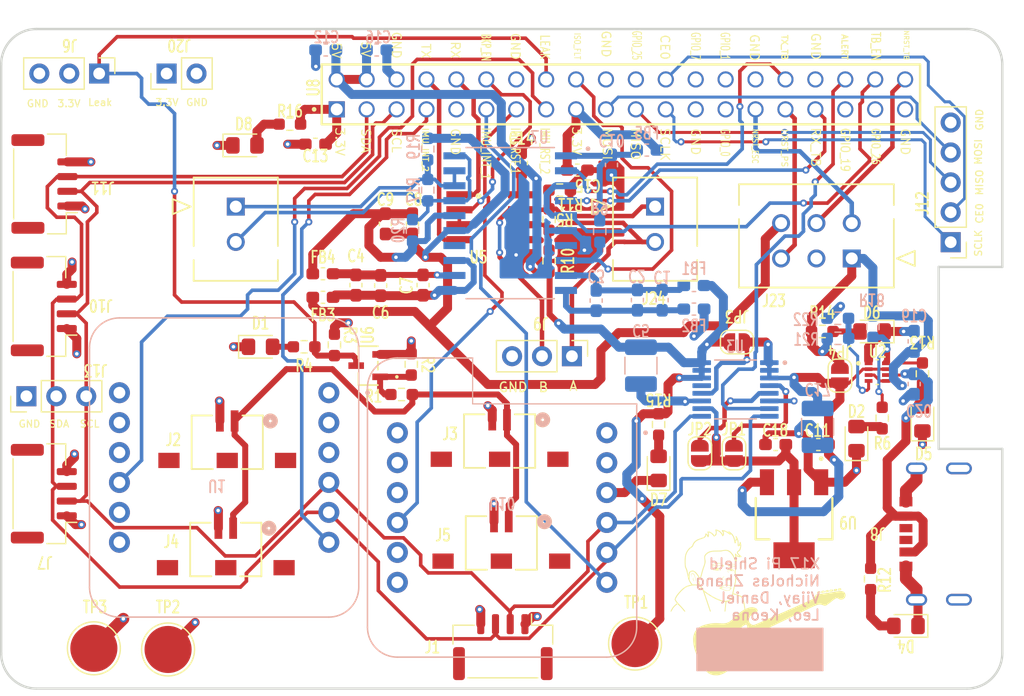
<source format=kicad_pcb>
(kicad_pcb (version 20240108) (generator "pcbnew") (generator_version "8.0")
  (layers (0 "F.Cu" signal) (1 "In1.Cu" power "GND") (2 "In2.Cu" power "3.3V") (31 "B.Cu" signal) (34 "B.Paste" user) (35 "F.Paste" user) (36 "B.SilkS" user "B.Silkscreen") (37 "F.SilkS" user "F.Silkscreen") (38 "B.Mask" user) (39 "F.Mask" user) (44 "Edge.Cuts" user))
  (net 0 "")
  (net 1 "Net-(U7-GND1)")
  (net 2 "Net-(U7-VDD)")
  (net 3 "Net-(U7-GND2)")
  (net 4 "Net-(U7-VISOOUT)")
  (net 5 "GND")
  (net 6 "+5V")
  (net 7 "GND_TB")
  (net 8 "Net-(U7-VIO)")
  (net 9 "+3V3")
  (net 10 "/Power/5V_TOTAL")
  (net 11 "/Power/5V_BACKPLANE")
  (net 12 "/Power/5V_WALL_IN")
  (net 13 "/Power/Vs")
  (net 14 "Net-(D1-A)")
  (net 15 "Net-(D2-A)")
  (net 16 "Net-(D4-A)")
  (net 17 "Net-(D5-A)")
  (net 18 "Net-(D6-A)")
  (net 19 "Net-(D7-A)")
  (net 20 "Net-(D8-A)")
  (net 21 "/Pi + IMU/SDA")
  (net 22 "/Pi + IMU/SCL")
  (net 23 "/Sensors/PROBE")
  (net 24 "/Pi + IMU/LEAK")
  (net 27 "/Pi + IMU/CE0")
  (net 28 "/Pi + IMU/MISO")
  (net 29 "/Pi + IMU/MOSI")
  (net 30 "/Pi + IMU/SCLK")
  (net 31 "/Pi + IMU/RX")
  (net 32 "/Pi + IMU/TX")
  (net 33 "Net-(U7-A)")
  (net 34 "Net-(U7-B)")
  (net 35 "/Pi + IMU/NRST_TB")
  (net 36 "/Pi + IMU/NRST_ESC")
  (net 37 "/Pi + IMU/NRST_PS")
  (net 38 "Net-(JP1-B)")
  (net 39 "Net-(JP2-B)")
  (net 40 "Net-(U6-BASE)")
  (net 41 "Net-(U2-ST)")
  (net 42 "/Pi + IMU/ISO_FLT")
  (net 43 "Net-(U2-PR1)")
  (net 45 "/Pi + IMU/IMU_INT_2")
  (net 47 "/Pi + IMU/IMU_RST_2")
  (net 52 "/Pi + IMU/ALERT")
  (net 53 "/Pi + IMU/BKP_EN")
  (net 54 "/Pi + IMU/TB_EN")
  (net 55 "/Pi + IMU/TX_TB")
  (net 56 "/Pi + IMU/RX_TB")
  (net 61 "/Pi + IMU/IMU_INT_1")
  (net 63 "/Pi + IMU/IMU_RST_1")
  (net 70 "+3V3_TB")
  (net 71 "/UART/A")
  (net 72 "/UART/B")
  (footprint "Resistor_SMD:R_0603_1608Metric_Pad0.98x0.95mm_HandSolder" (layer "F.Cu") (at 157.1 91.9)
    (property "Reference" "R11")
    (property "Value" "10k")
  )
  (footprint "LED_SMD:LED_0805_2012Metric_Pad1.15x1.40mm_HandSolder" (layer "F.Cu") (at 183.625 103.9 180)
    (property "Reference" "D6")
    (property "Value" "LED")
  )
  (footprint "leak_footprint:CONN_BM02B-GHS-TBT_JST" (layer "F.Cu") (at 152 113.206299)
    (property "Reference" "J3")
    (property "Value" "BM02B-GHS-TBT")
  )
  (footprint "Resistor_SMD:R_0603_1608Metric_Pad0.98x0.95mm_HandSolder" (layer "F.Cu") (at 137.975 105.0375 -90)
    (property "Reference" "R3")
    (property "Value" "1K")
  )
  (footprint "MMBT3906LT3G:SOT-23-3_1P4X3P040_ONS" (layer "F.Cu") (at 140.8375 106.8 90)
    (property "Reference" "U6")
    (property "Value" "MMBT3906LT3G")
  )
  (footprint "LED_SMD:LED_0805_2012Metric_Pad1.15x1.40mm_HandSolder" (layer "F.Cu") (at 165.5 115.525 90)
    (property "Reference" "D7")
    (property "Value" "LED")
  )
  (footprint "Connector_PinHeader_2.54mm:PinHeader_1x03_P2.54mm_Vertical" (layer "F.Cu") (at 118 82 -90)
    (property "Reference" "J6")
    (property "Value" "Conn_01x03_Pin")
  )
  (footprint "0430450212/:CON_430450212_MOL" (layer "F.Cu") (at 129.6 93.3 180)
    (property "Reference" "J22" (hide yes))
    (property "Value" "430450212" (hide yes))
  )
  (footprint "UJC_HP_L_G_5_MSMT_TR:CUI_UJC-HP-L-G-5-MSMT-TR" (layer "F.Cu") (at 191 121.1 90)
    (property "Reference" "J8")
    (property "Value" "UJC-HP-L-G-5-MSMT-TR")
  )
  (footprint "leak_footprint:CONN_BM02B-GHS-TBT_JST" (layer "F.Cu") (at 152.15 121.856299)
    (property "Reference" "J5")
    (property "Value" "BM02B-GHS-TBT")
  )
  (footprint "LED_SMD:LED_0805_2012Metric_Pad1.15x1.40mm_HandSolder" (layer "F.Cu") (at 182.3 113 90)
    (property "Reference" "D2")
    (property "Value" "LED")
  )
  (footprint "AZ1117IH_3_3TRG1 (3):SOT230P700X185-4N" (layer "F.Cu") (at 177 119.8 -90)
    (property "Reference" "U9")
    (property "Value" "AZ1117IH-3.3TRG1")
  )
  (footprint "Connector_JST:JST_GH_BM04B-GHS-TBT_1x04-1MP_P1.25mm_Vertical" (layer "F.Cu") (at 152.275 130.7 180)
    (property "Reference" "J1")
    (property "Value" "BM04B-GHS-TBT" (hide yes))
  )
  (footprint "Jumper:SolderJumper-2_P1.3mm_Open_RoundedPad1.0x1.5mm" (layer "F.Cu") (at 180.895 107.65 -90)
    (property "Reference" "JP4")
    (property "Value" "SolderJumper_2_Open" (hide yes))
  )
  (footprint "Resistor_SMD:R_0603_1608Metric_Pad0.98x0.95mm_HandSolder" (layer "F.Cu") (at 165.5 111.8 -90)
    (property "Reference" "R15")
    (property "Value" "240")
  )
  (footprint "TSW-120-09-G-D:SAMTEC_TSW-120-09-G-D" (layer "F.Cu") (at 138.17 85.04)
    (property "Reference" "U8")
    (property "Value" "RASPBERRY_PI_4B_4GB" (hide yes))
  )
  (footprint "Connector_PinHeader_2.54mm:PinHeader_1x03_P2.54mm_Vertical" (layer "F.Cu") (at 158.14 106 -90)
    (property "Reference" "J9")
    (property "Value" "Conn_01x03_Pin")
  )
  (footprint "Resistor_SMD:R_0603_1608Metric_Pad0.98x0.95mm_HandSolder" (layer "F.Cu") (at 134.1875 86.3 180)
    (property "Reference" "R16")
    (property "Value" "100")
  )
  (footprint "Custom Guitar Graphic:john" (layer "F.Cu") (at 168.592071 124.069868)
    (property "Reference" "G***" (hide yes))
    (property "Value" "LOGO" (hide yes))
  )
  (footprint "LED_SMD:LED_0805_2012Metric_Pad1.15x1.40mm_HandSolder" (layer "F.Cu") (at 187.9 111.325 90)
    (property "Reference" "D5")
    (property "Value" "LED")
  )
  (footprint "Jumper:SolderJumper-2_P1.3mm_Open_RoundedPad1.0x1.5mm" (layer "F.Cu") (at 171.9 114.25 90)
    (property "Reference" "JP1")
    (property "Value" "SolderJumper_2_Open" (hide yes))
  )
  (footprint "TestPoint:TestPoint_Pad_D4.0mm" (layer "F.Cu") (at 163.5 130.4)
    (property "Reference" "TP1")
    (property "Value" "TestPoint")
  )
  (footprint "Connector_PinHeader_2.54mm:PinHeader_1x03_P2.54mm_Vertical" (layer "F.Cu") (at 111.82 109.4 90)
    (property "Reference" "J13")
    (property "Value" "Conn_01x03_Pin" (hide yes))
  )
  (footprint "TPS2117DRLR:SOTFL50P160X60-8N" (layer "F.Cu") (at 184.065 107.35)
    (property "Reference" "U2")
    (property "Value" "TPS2117DRLR")
  )
  (footprint "MountingHole:MountingHole_2.7mm_M2.5_ISO14580" (layer "F.Cu") (at 133.18 130.72)
    (property "Reference" "REF**" (hide yes))
    (property "Value" "MountingHole_2.7mm_M2.5_ISO14580" (hide yes))
  )
  (footprint "Capacitor_SMD:C_0603_1608Metric_Pad1.08x0.95mm_HandSolder" (layer "F.Cu") (at 153.85 89.6 -90)
    (property "Reference" "C14")
    (property "Value" "0.1uF")
  )
  (footprint "Capacitor_SMD:C_0603_1608Metric_Pad1.08x0.95mm_HandSolder" (layer "F.Cu") (at 179.0625 113.5 180)
    (property "Reference" "C11")
    (property "Value" "10uF")
  )
  (footprint "Resistor_SMD:R_0603_1608Metric_Pad0.98x0.95mm_HandSolder" (layer "F.Cu") (at 144.5 106.6875 90)
    (property "Reference" "R2")
    (property "Value" "27K")
  )
  (footprint "TestPoint:TestPoint_Pad_D4.0mm" (layer "F.Cu") (at 117.55 130.8)
    (property "Reference" "TP3")
    (property "Value" "TestPoint")
  )
  (footprint "LED_SMD:LED_0805_2012Metric_Pad1.15x1.40mm_HandSolder" (layer "F.Cu") (at 130.375 88.1)
    (property "Reference" "D8")
    (property "Value" "LED")
  )
  (footprint "Resistor_SMD:R_0603_1608Metric_Pad0.98x0.95mm_HandSolder" (layer "F.Cu") (at 156.2 94.4 -90)
    (property "Reference" "R5")
    (property "Value" "120")
  )
  (footprint "Jumper:SolderJumper-2_P1.3mm_Open_RoundedPad1.0x1.5mm" (layer "F.Cu") (at 172.15 104.8 180)
    (property "Reference" "JP3")
    (property "Value" "SolderJumper_2_Open" (hide yes))
  )
  (footprint "MountingHole:MountingHole_2.7mm_M2.5_ISO14580" (layer "F.Cu") (at 191.18 81.72)
    (property "Reference" "REF**" (hide yes))
    (property "Value" "MountingHole_2.7mm_M2.5_ISO14580" (hide yes))
  )
  (footprint "Jumper:SolderJumper-2_P1.3mm_Open_RoundedPad1.0x1.5mm" (layer "F.Cu") (at 169 114.25 90)
    (property "Reference" "JP2")
    (property "Value" "SolderJumper_2_Open" (hide yes))
  )
  (footprint "0430450212/:CON_430450212_MOL" (layer "F.Cu") (at 165.2 93.300001 180)
    (property "Reference" "J24")
    (property "Value" "430450212" (hide yes))
  )
  (footprint "Connector_PinHeader_2.54mm:PinHeader_1x02_P2.54mm_Vertical" (layer "F.Cu") (at 123.725 82 90)
    (property "Reference" "J20")
    (property "Value" "Conn_01x02_Pin" (hide yes))
  )
  (footprint "Capacitor_SMD:C_0603_1608Metric_Pad1.08x0.95mm_HandSolder" (layer "F.Cu") (at 136.3625 88 180)
    (property "Reference" "C13")
    (property "Value" "10uF")
  )
  (footprint "leak_footprint:CONN_BM02B-GHS-TBT_JST" (layer "F.Cu") (at 128.75 122.412598)
    (property "Reference" "J4")
    (property "Value" "BM02B-GHS-TBT")
  )
  (footprint "MountingHole:MountingHole_2.7mm_M2.5_ISO14580" (layer "F.Cu") (at 133.18 81.72)
    (property "Reference" "REF**" (hide yes))
    (property "Value" "MountingHole_2.7mm_M2.5_ISO14580" (hide yes))
  )
  (footprint "Capacitor_SMD:C_0603_1608Metric_Pad1.08x0.95mm_HandSolder" (layer "F.Cu") (at 175.4375 113.5 180)
    (property "Reference" "C18")
    (property "Value" "22uF")
  )
  (footprint "MAX485:SO08" (layer "F.Cu") (at 151.2 94.2 -90)
    (property "Reference" "U5")
    (property "Value" "MAX485")
  )
  (footprint "LED_SMD:LED_0805_2012Metric_Pad1.15x1.40mm_HandSolder" (layer "F.Cu") (at 186.5 128.9 180)
    (property "Reference" "D4")
    (property "Value" "LED")
  )
  (footprint "Resistor_SMD:R_0603_1608Metric_Pad0.98x0.95mm_HandSolder" (layer "F.Cu") (at 183.5 124.9125 -90)
    (property "Reference" "R12")
    (property "Value" "240")
  )
  (footprint "TestPoint:TestPoint_Pad_D4.0mm" (layer "F.Cu") (at 123.85 130.9)
    (property "Reference" "TP2")
    (property "Value" "TestPoint")
  )
  (footprint "Capacitor_SMD:C_0603_1608Metric_Pad1.08x0.95mm_HandSolder" (layer "F.Cu") (at 142.3 94.7625 -90)
    (property "Reference" "C9")
    (property "Value" "10uF")
  )
  (footprint "Resistor_SMD:R_0603_1608Metric_Pad0.98x0.95mm_HandSolder" (layer "F.Cu") (at 143.675 109.25 180)
    (property "Reference" "R1")
    (property "Value" "1K")
  )
  (footprint "Connector_PinHeader_2.54mm:PinHeader_1x05_P2.54mm_Vertical" (layer "F.Cu") (at 190.3 96.32 180)
    (property "Reference" "J12")
    (property "Value" "Conn_01x05_Pin")
  )
  (footprint "Capacitor_SMD:C_0603_1608Metric_Pad1.08x0.95mm_HandSolder" (layer "F.Cu") (at 145.5 99.9625 -90)
    (property "Reference" "C7")
    (property "Value" "10nF")
  )
  (footprint "Connector_JST:JST_GH_BM04B-GHS-TBT_1x04-1MP_P1.25mm_Vertical" (layer "F.Cu") (at 113.3 117.675 90)
    (property "Reference" "J7")
    (property "Value" "BM04B-GHS-TBT" (hide yes))
  )
  (footprint "Capacitor_SMD:C_0603_1608Metric_Pad1.08x0.95mm_HandSolder" (layer "F.Cu") (at 139.8 99.9625 -90)
    (property "Reference" "C4")
    (property "Value" "10uF")
  )
  (footprint "CON_430450612_MOL:CON_430450612_MOL" (layer "F.Cu") (at 181.899999 97.7)
    (property "Reference" "J23")
    (property "Value" "430450612")
  )
  (footprint "Capacitor_SMD:C_0603_1608Metric_Pad1.08x0.95mm_HandSolder" (layer "F.Cu") (at 144.6 94.7625 -90)
    (property "Reference" "C8")
    (property "Value" "0.1uF")
  )
  (footprint "Resistor_SMD:R_0603_1608Metric_Pad0.98x0.95mm_HandSolder" (layer "F.Cu") (at 156.2 97.9125 90)
    (property "Reference" "R10")
    (property "Value" "10k")
  )
  (footprint "Capacitor_SMD:C_0603_1608Metric_Pad1.08x0.95mm_HandSolder" (layer "F.Cu") (at 137 101 180)
    (property "Reference" "FB3")
    (property "Value" "FerriteBead")
  )
  (footprint "Connector_JST:JST_GH_BM04B-GHS-TBT_1x04-1MP_P1.25mm_Vertical" (layer "F.Cu") (at 113.35 91.375 90)
    (property "Reference" "J11")
    (property "Value" "BM04B-GHS-TBT" (hide yes))
  )
  (footprint "Custom Guitar Graphic:diff_2_guitar_1" (layer "F.Cu") (at 174.617392 129.087546 -20)
    (property "Reference" "G***" (hide yes))
    (property "Value" "LOGO" (hide yes))
  )
  (footprint "Resistor_SMD:R_0603_1608Metric_Pad0.98x0.95mm_HandSolder" (layer "F.Cu") (at 135.4 105.2 180)
    (property "Reference" "R4")
    (property "Value" "240")
  )
  (footprint "Resistor_SMD:R_0603_1608Metric_Pad0.98x0.95mm_HandSolder" (layer "F.Cu") (at 179.4 103.9)
    (property "Reference" "R14")
    (property "Value" "240")
  )
  (footprint "Capacitor_SMD:C_0603_1608Metric_Pad1.08x0.95mm_HandSolder" (layer "F.Cu") (at 141.9 100 -90)
    (property "Reference" "C6")
    (property "Value" "1uF")
  )
  (footprint "Capacitor_SMD:C_0603_1608Metric_Pad1.08x0.95mm_HandSolder" (layer "F.Cu") (at 137 99 180)
    (property "Reference" "FB4")
    (property "Value" "FerriteBead")
  )
  (footprint "Connector_JST:JST_GH_BM04B-GHS-TBT_1x04-1MP_P1.25mm_Vertical" (layer "F.Cu") (at 113.3 101.775 90)
    (property "Reference" "J10")
    (property "Value" "BM04B-GHS-TBT" (hide yes))
  )
  (footprint "LED_SMD:LED_0805_2012Metric_Pad1.15x1.40mm_HandSolder" (layer "F.Cu") (at 131.7 105.2)
    (property "Reference" "D1")
    (property "Value" "LED")
  )
  (footprint "leak_footprint:CONN_BM02B-GHS-TBT_JST" (layer "F.Cu") (at 128.875 113.3063)
    (property "Reference" "J2")
    (property "Value" "BM02B-GHS-TBT")
  )
  (footprint "Resistor_SMD:R_0603_1608Metric_Pad0.98x0.95mm_HandSolder" (layer "F.Cu") (at 184.485 111.25 -90)
    (property "Reference" "R6")
    (property "Value" "240")
  )
  (footprint "MountingHole:MountingHole_2.7mm_M2.5_ISO14580" (layer "F.Cu") (at 191.18 130.72)
    (property "Reference" "REF**" (hide yes))
    (property "Value" "MountingHole_2.7mm_M2.5_ISO14580" (hide yes))
  )
  (footprint "Capacitor_SMD:C_0603_1608Metric_Pad1.08x0.95mm_HandSolder" (layer "F.Cu") (at 158.6 90.2)
    (property "Reference" "C15")
    (property "Value" "10uF")
  )
  (footprint "Resistor_SMD:R_0603_1608Metric_Pad0.98x0.95mm_HandSolder" (layer "F.Cu") (at 187.9 107.4875 -90)
    (property "Reference" "R13")
    (property "Value" "240")
  )
  (footprint "Resistor_SMD:R_0603_1608Metric_Pad0.98x0.95mm_HandSolder" (layer "B.Cu") (at 180.7125 102.78175 180)
    (property "Reference" "R22")
    (property "Value" "2K")
  )
  (footprint "Capacitor_SMD:C_0603_1608Metric_Pad1.08x0.95mm_HandSolder" (layer "B.Cu") (at 141.5625 80 180)
    (property "Reference" "C16")
    (property "Value" "10uF")
  )
  (footprint "Resistor_SMD:R_0603_1608Metric_Pad0.98x0.95mm_HandSolder" (layer "B.Cu") (at 180.7275 104.48175)
    (property "Reference" "R21")
    (property "Value" "1K")
  )
  (footprint "Capacitor_SMD:C_0603_1608Metric_Pad1.08x0.95mm_HandSolder" (layer "B.Cu") (at 168.5 100 180)
    (property "Reference" "FB1")
    (property "Value" "FerriteBead")
  )
  (footprint "Capacitor_SMD:C_1210_3225Metric_Pad1.33x2.70mm_HandSolder" (layer "B.Cu") (at 164 106.8 -90)
    (property "Reference" "C5")
    (property "Value" "150uF")
  )
  (footprint "4754:MODULE_4754" (layer "B.Cu") (at 128.02 118.64 -90)
    (property "Reference" "U1")
    (property "Value" "4754" (hide yes))
  )
  (footprint "Resistor_SMD:R_0603_1608Metric_Pad0.98x0.95mm_HandSolder" (layer "B.Cu") (at 145.9 88.4125 90)
    (property "Reference" "R19")
    (property "Value" "10k")
  )
  (footprint "Resistor_SMD:R_0603_1608Metric_Pad0.98x0.95mm_HandSolder" (layer "B.Cu") (at 160.5 95.4125 90)
    (property "Reference" "R9")
    (property "Value" "5k")
  )
  (footprint "Capacitor_SMD:C_1210_3225Metric_Pad1.33x2.70mm_HandSolder" (layer "B.Cu") (at 179 112 -90)
    (property "Reference" "C17")
    (property "Value" "150uF")
  )
  (footprint "Resistor_SMD:R_0603_1608Metric_Pad0.98x0.95mm_HandSolder" (layer "B.Cu") (at 145.9 91.9 -90)
    (property "Reference" "R17")
    (property "Value" "120")
  )
  (footprint "INA260AIPW:SOP65P640X120-16N" (layer "B.Cu") (at 172.03 108.825 180)
    (property "Reference" "U3")
    (property "Value" "INA260AIPW")
  )
  (footprint "Capacitor_SMD:C_0603_1608Metric_Pad1.08x0.95mm_HandSolder" (layer "B.Cu") (at 165.8 101.2375 -90)
    (property "Reference" "C1")
    (property "Value" "10uF")
  )
  (footprint "Capacitor_SMD:C_0603_1608Metric_Pad1.08x0.95mm_HandSolder" (layer "B.Cu") (at 164.5 88.5 180)
    (property "Reference" "FB5")
    (property "Value" "FerriteBead")
  )
  (footprint "Capacitor_SMD:C_0603_1608Metric_Pad1.08x0.95mm_HandSolder" (layer "B.Cu") (at 163.7 101.2375 -90)
    (property "Reference" "C2")
    (property "Value" "1uF")
  )
  (footprint "Capacitor_SMD:C_0603_1608Metric_Pad1.08x0.95mm_HandSolder" (layer "B.Cu") (at 187.2 104.7375 -90)
    (property "Reference" "C19")
    (property "Value" "0.1uF")
  )
  (footprint "4754:MODULE_4754" (layer "B.Cu") (at 152.21 118.85 -90)
    (property "Reference" "U10")
    (property "Value" "4754")
  )
  (footprint "Resistor_SMD:R_0603_1608Metric_Pad0.98x0.95mm_HandSolder" (layer "B.Cu") (at 144.6 95.3125 -90)
    (property "Reference" "R20")
    (property "Value" "10k")
  )
  (footprint "Capacitor_SMD:C_0603_1608Metric_Pad1.08x0.95mm_HandSolder" (layer "B.Cu") (at 160.2 101.275 -90)
    (property "Reference" "C3")
    (property "Value" "10nF")
  )
  (footprint "Capacitor_SMD:C_0603_1608Metric_Pad1.08x0.95mm_HandSolder" (layer "B.Cu") (at 168.5 102)
    (property "Reference" "FB2")
    (property "Value" "FerriteBead")
  )
  (footprint "Resistor_SMD:R_0603_1608Metric_Pad0.98x0.95mm_HandSolder" (layer "B.Cu") (at 183.695 103.4875 90)
    (property "Reference" "R18")
    (property "Value" "1K")
  )
  (footprint "Capacitor_SMD:C_0603_1608Metric_Pad1.08x0.95mm_HandSolder" (layer "B.Cu") (at 187.2 108.3625 -90)
    (property "Reference" "C20")
    (property "Value" "0.1uF")
  )
  (footprint "Capacitor_SMD:C_0603_1608Metric_Pad1.08x0.95mm_HandSolder" (layer "B.Cu") (at 137.2375 80)
    (property "Reference" "C12")
    (property "Value" "10uF")
  )
  (footprint "Capacitor_SMD:C_0603_1608Metric_Pad1.08x0.95mm_HandSolder" (layer "B.Cu") (at 161.5 89.7625 90)
    (property "Reference" "C10")
    (property "Value" "0.1uF")
  )
  (footprint "ISOW1432BDFMR:SOIC127P1030X355-20N" (layer "B.Cu") (at 152.9 94.7 180)
    (property "Reference" "U7")
    (property "Value" "ISOW1432BDFMR")
  )
  (gr_rect (start 168.75 129.1) (end 179.45 132.7) (stroke (width 0.1)) (fill solid) (layer "B.SilkS"))
  (gr_line (start 194.68 98.42) (end 194.68 81.22) (stroke (width 0.2)) (layer "Edge.Cuts"))
  (gr_arc (start 109.68 81.220001) (mid 110.558679 79.09868) (end 112.68 78.22) (stroke (width 0.2)) (layer "Edge.Cuts"))
  (gr_arc (start 112.680001 134.22) (mid 110.55868 133.34132) (end 109.68 131.219999) (stroke (width 0.2)) (layer "Edge.Cuts"))
  (gr_line (start 189.28 113.87) (end 194.68 113.87) (stroke (width 0.2)) (layer "Edge.Cuts"))
  (gr_line (start 194.68 98.42) (end 189.28 98.42) (stroke (width 0.2)) (layer "Edge.Cuts"))
  (gr_arc (start 191.68 78.22) (mid 193.80132 79.09868) (end 194.68 81.22) (stroke (width 0.2)) (layer "Edge.Cuts"))
  (gr_line (start 112.680001 134.22) (end 191.68 134.22) (stroke (width 0.2)) (layer "Edge.Cuts"))
  (gr_arc (start 194.68 131.22) (mid 193.80132 133.34132) (end 191.68 134.22) (stroke (width 0.2)) (layer "Edge.Cuts"))
  (gr_line (start 189.28 98.42) (end 189.28 113.87) (stroke (width 0.2)) (layer "Edge.Cuts"))
  (gr_line (start 194.68 113.87) (end 194.68 131.22) (stroke (width 0.2)) (layer "Edge.Cuts"))
  (gr_line (start 112.68 78.22) (end 191.68 78.22) (stroke (width 0.2)) (layer "Edge.Cuts"))
  (gr_line (start 109.68 81.220001) (end 109.68 131.219999) (stroke (width 0.2)) (layer "Edge.Cuts"))
  (gr_text "X17 Pi Shield\nNicholas Zhang\nVijay, Daniel\nLeo, Keona" (at 179.3 128.5 0) (layer "B.SilkS") (effects (font (size 0.9 0.9)) (justify left bottom mirror)))
  (gr_text "Leak" (at 117 84.8 0) (layer "F.SilkS") (effects (font (size 0.6 0.6) (thickness 0.1) (bold yes)) (justify left bottom)))
  (gr_text "TX" (at 145.3 80.8 270) (layer "F.SilkS") (effects (font (size 0.75 0.75) (thickness 0.1) (bold yes)) (justify right bottom)))
  (gr_text "TX_TB" (at 175.9 80.9 270) (layer "F.SilkS") (effects (font (size 0.5 0.5) (thickness 0.1) (bold yes)) (justify right bottom)))
  (gr_text "3.3V" (at 114.4 84.9 0) (layer "F.SilkS") (effects (font (size 0.6 0.6) (thickness 0.1) (bold yes)) (justify left bottom)))
  (gr_text "IMU_INT_2" (at 145.4 90.4 270) (layer "F.SilkS") (effects (font (size 0.5 0.5) (thickness 0.1) (bold yes)) (justify right bottom)))
  (gr_text "3.3V" (at 158.1 89 270) (layer "F.SilkS") (effects (font (size 0.75 0.75) (thickness 0.1) (bold yes)) (justify right bottom)))
  (gr_text "BKP_EN" (at 150.4 81 270) (layer "F.SilkS") (effects (font (size 0.75 0.4) (thickness 0.1)) (justify right bottom)))
  (gr_text "RX_TB" (at 178.4 90 270) (layer "F.SilkS") (effects (font (size 0.75 0.75) (thickness 0.1) (bold yes)) (justify right bottom)))
  (gr_text "IMU_RST_2\n" (at 155.4 90.6 270) (layer "F.SilkS") (effects (font (size 0.75 0.5) (thickness 0.1) (bold yes)) (justify right bottom)))
  (gr_text "IMU_INT_1" (at 150.4 91.1 270) (layer "F.SilkS") (effects (font (size 0.75 0.6) (thickness 0.1) (bold yes)) (justify right bottom)))
  (gr_text "GND" (at 111.8 84.9 0) (layer "F.SilkS") (effects (font (size 0.6 0.6) (thickness 0.1) (bold yes)) (justify left bottom)))
  (gr_text "GPIO_25" (at 163.2 80.9 270) (layer "F.SilkS") (effects (font (size 0.75 0.4) (thickness 0.08) (bold yes)) (justify right bottom)))
  (gr_text "SCLK" (at 193 97.6 90) (layer "F.SilkS") (effects (font (size 0.6 0.6) (thickness 0.1) (bold yes)) (justify left bottom)))
  (gr_text "MISO" (at 193.1 92.4 90) (layer "F.SilkS") (effects (font (size 0.6 0.6) (thickness 0.1) (bold yes)) (justify left bottom)))
  (gr_text "GPIO_26\n\n" (at 182.4 89.8 270) (layer "F.SilkS") (effects (font (size 0.7 0.5) (thickness 0.1)) (justify right bottom)))
  (gr_text "GPIO_1\n" (at 170.7 80.9 270) (layer "F.SilkS") (effects (font (size 0.75 0.45) (thickness 0.08) (bold yes)) (justify right bottom)))
  (gr_text "TB_EN" (at 183.5 81 270) (layer "F.SilkS") (effects (font (size 0.75 0.55) (thickness 0.1) (bold yes)) (justify right bottom)))
  (gr_text "GND" (at 151.84 109.1 0) (layer "F.SilkS") (effects (font (size 0.8 0.8) (thickness 0.125)) (justify left bottom)))
  (gr_text "SCL" (at 142.8 86.6 270) (layer "F.SilkS") (effects (font (size 0.75 0.75) (thickness 0.1) (bold yes)) (justify left bottom)))
  (gr_text "5V" (at 140.2 79.2 270) (layer "F.SilkS") (effects (font (size 0.75 0.75) (thickness 0.1) (bold yes)) (justify left bottom)))
  (gr_text "LEAK" (at 155.4 80.9 270) (layer "F.SilkS") (effects (font (size 0.75 0.6) (thickness 0.1) (bold yes)) (justify right bottom)))
  (gr_text "GND" (at 193.1 86.9 90) (layer "F.SilkS") (effects (font (size 0.6 0.6) (thickness 0.1) (bold yes)) (justify left bottom)))
  (gr_text "-JM" (at 176.7 130.3 0) (layer "F.SilkS") (effects (font (size 0.75 0.75) (thickness 0.1)) (justify left bottom)))
  (gr_text "GND" (at 152.9 80.9 270) (layer "F.SilkS") (effects (font (size 0.75 0.75) (thickness 0.1) (bold yes)) (justify right bottom)))
  (gr_text "GPIO_0\n" (at 170.7 89.1 270) (layer "F.SilkS") (effects (font (size 0.75 0.45) (thickness 0.08) (bold yes)) (justify right bottom)))
  (gr_text "MOSI" (at 193 89.8 90) (layer "F.SilkS") (effects (font (size 0.6 0.6) (thickness 0.1) (bold yes)) (justify left bottom)))
  (gr_text "A" (at 157.84 109 0) (layer "F.SilkS") (effects (font (size 0.8 0.8) (thickness 0.125)) (justify left bottom)))
  (gr_text "B" (at 155.24 109.1 0) (layer "F.SilkS") (effects (font (size 0.8 0.8) (thickness 0.125)) (justify left bottom)))
  (gr_text "GND" (at 125.325 84.8 0) (layer "F.SilkS") (effects (font (size 0.6 0.6) (thickness 0.1) (bold yes)) (justify left bottom)))
  (gr_text "NRST_PS" (at 175.9 90 270) (layer "F.SilkS") (effects (font (size 0.5 0.5) (thickness 0.08)) (justify right bottom)))
  (gr_text "GND\n" (at 111.1 112.1 0) (layer "F.SilkS") (effects (font (size 0.6 0.6) (thickness 0.1) (bold yes)) (justify left bottom)))
  (gr_text "ISO_FLT" (at 158.3 78.5 270) (layer "F.SilkS") (effects (font (size 0.5 0.4) (thickness 0.07)) (justify left bottom)))
  (gr_text "GPIO_19" (at 180.9 90.4 270) (layer "F.SilkS") (effects (font (size 0.75 0.6) (thickness 0.1) (bold yes)) (justify right bottom)))
  (gr_text "GND" (at 178.4 80.9 270) (layer "F.SilkS") (effects (font (size 0.75 0.75) (thickness 0.1) (bold yes)) (justify right bottom)))
  (gr_text "RX" (at 147.8 80.8 270) (layer "F.SilkS") (effects (font (size 0.75 0.75) (thickness 0.1) (bold yes)) (justify right bottom)))
  (gr_text "CE0\n" (at 165.6 80.9 270) (layer "F.SilkS") (effects (font (size 0.75 0.75) (thickness 0.1) (bold yes)) (justify right bottom)))
  (gr_text "GND" (at 168.2 89 270) (layer "F.SilkS") (effects (font (size 0.75 0.75) (thickness 0.1) (bold yes)) (justify right bottom)))
  (gr_text "MOSI" (at 160.7 89.4 270) (layer "F.SilkS") (effects (font (size 0.75 0.75) (thickness 0.1) (bold yes)) (justify right bottom)))
  (gr_text "MISO" (at 163.1 89.4 270) (layer "F.SilkS") (effects (font (size 0.75 0.75) (thickness 0.1) (bold yes)) (justify right bottom)))
  (gr_text "NRST_TB" (at 186.3 80.9 270) (layer "F.SilkS") (effects (font (size 0.4 0.4) (thickness 0.07) (bold yes)) (justify right bottom)))
  (gr_text "3.3V" (at 122.725 84.8 0) (layer "F.SilkS") (effects (font (size 0.6 0.6) (thickness 0.1) (bold yes)) (justify left bottom)))
  (gr_text "GND" (at 160.6 80.7 270) (layer "F.SilkS") (effects (font (size 0.75 0.75) (thickness 0.1) (bold yes)) (justify right bottom)))
  (gr_text "GND" (at 147.8 89 270) (layer "F.SilkS") (effects (font (size 0.75 0.75) (thickness 0.1) (bold yes)) (justify right bottom)))
  (gr_text "GND" (at 173.2 81 270) (layer "F.SilkS") (effects (font (size 0.75 0.75) (thickness 0.1) (bold yes)) (justify right bottom)))
  (gr_text "GND" (at 142.8 80.8 270) (layer "F.SilkS") (effects (font (size 0.75 0.75) (thickness 0.1) (bold yes)) (justify right bottom)))
  (gr_text "CE0" (at 193.1 94.8 90) (layer "F.SilkS") (effects (font (size 0.6 0.6) (thickness 0.1) (bold yes)) (justify left bottom)))
  (gr_text "GND" (at 186 89 270) (layer "F.SilkS") (effects (font (size 0.75 0.75) (thickness 0.1)) (justify right bottom)))
  (gr_text "IMU_RST_1" (at 152.9 90.6 270) (layer "F.SilkS") (effects (font (size 0.75 0.5) (thickness 0.1) (bold yes)) (justify right bottom)))
  (gr_text "GPIO_7" (at 168.2 80.9 270) (layer "F.SilkS") (effects (font (size 0.75 0.45) (thickness 0.08) (bold yes)) (justify right bottom)))
  (gr_text "SDA\n" (at 140.2 86.6 270) (layer "F.SilkS") (effects (font (size 0.75 0.75) (thickness 0.1) (bold yes)) (justify left bottom)))
  (gr_text "ALERT" (at 181 80.9 270) (layer "F.SilkS") (effects (font (size 0.5 0.5) (thickness 0.1) (bold yes)) (justify right bottom)))
  (gr_text "3.3V" (at 138 86.5 -90) (layer "F.SilkS") (effects (font (size 0.75 0.75) (thickness 0.1) (bold yes)) (justify left bottom)))
  (gr_text "NRST_ESC" (at 173.4 89.7 270) (layer "F.SilkS") (effects (font (size 0.5 0.4) (thickness 0.08) (bold yes)) (justify right bottom)))
  (gr_text "SCLK" (at 165.6 89.5 270) (layer "F.SilkS") (effects (font (size 0.75 0.75) (thickness 0.1) (bold yes)) (justify right bottom)))
  (gr_text "SDA" (at 113.7 112.1 0) (layer "F.SilkS") (effects (font (size 0.6 0.6) (thickness 0.1) (bold yes)) (justify left bottom)))
  (gr_text "SCL" (at 116.3 112.1 0) (layer "F.SilkS") (effects (font (size 0.6 0.6) (thickness 0.1) (bold yes)) (justify left bottom)))
  (gr_text "5V" (at 137.7 79.3 270) (layer "F.SilkS") (effects (font (size 0.75 0.75) (thickness 0.1) (bold yes)) (justify left bottom)))
  (segment (start 157.635 100.415) (end 157.635 101.735) (width 0.508) (layer "B.Cu") (net 1))
  (segment (start 163.7 102.1) (end 165.8 102.1) (width 0.508) (layer "B.Cu") (net 1))
  (segment (start 157.635 101.735) (end 158.0375 102.1375) (width 0.508) (layer "B.Cu") (net 1))
  (segment (start 158.0375 102.1375) (end 160.2 102.1375) (width 0.508) (layer "B.Cu") (net 1))
  (segment (start 163.6625 102.1375) (end 163.7 102.1) (width 0.508) (layer "B.Cu") (net 1))
  (segment (start 167.5375 102.1) (end 167.6375 102) (width 0.508) (layer "B.Cu") (net 1))
  (segment (start 160.2 102.1375) (end 163.6625 102.1375) (width 0.508) (layer "B.Cu") (net 1))
  (segment (start 165.8 102.1) (end 167.5375 102.1) (width 0.508) (layer "B.Cu") (net 1))
  (segment (start 163.6625 100.4125) (end 163.7 100.375) (width 0.508) (layer "B.Cu") (net 2))
  (segment (start 160.2 100.4125) (end 163.6625 100.4125) (width 0.508) (layer "B.Cu") (net 2))
  (segment (start 157.635 99.145) (end 159.845 99.145) (width 0.508) (layer "B.Cu") (net 2))
  (segment (start 165.8 100.375) (end 167.2625 100.375) (width 0.508) (layer "B.Cu") (net 2))
  (segment (start 159.845 99.145) (end 160.2 99.5) (width 0.508) (layer "B.Cu") (net 2))
  (segment (start 160.2 99.5) (end 160.2 100.4125) (width 0.508) (layer "B.Cu") (net 2))
  (segment (start 165.8 100.375) (end 163.7 100.375) (width 0.508) (layer "B.Cu") (net 2))
  (segment (start 167.2625 100.375) (end 167.6375 100) (width 0.508) (layer "B.Cu") (net 2))
  (segment (start 141.9 100.8625) (end 145.4625 100.8625) (width 0.762) (layer "F.Cu") (net 3))
  (segment (start 145.4625 100.8625) (end 145.5 100.825) (width 0.762) (layer "F.Cu") (net 3))
  (segment (start 141.8625 100.825) (end 141.9 100.8625) (width 0.762) (layer "F.Cu") (net 3))
  (segment (start 139.775 100.8) (end 138.0625 100.8) (width 0.762) (layer "F.Cu") (net 3))
  (segment (start 138.0625 100.8) (end 137.8625 101) (width 0.762) (layer "F.Cu") (net 3))
  (segment (start 139.8 100.825) (end 141.8625 100.825) (width 0.762) (layer "F.Cu") (net 3))
  (segment (start 145.5 100.825) (end 146.475 100.825) (width 0.762) (layer "F.Cu") (net 3))
  (via (at 146.475 100.825) (size 0.6) (drill 0.3) (layers "F.Cu" "B.Cu") (net 3))
  (segment (start 149.275 97.875) (end 149.8 98.4) (width 0.508) (layer "B.Cu") (net 3))
  (segment (start 149.8 98.4) (end 149.8 99.715) (width 0.508) (layer "B.Cu") (net 3))
  (segment (start 146.475 100.825) (end 146.885 100.415) (width 0.762) (layer "B.Cu") (net 3))
  (segment (start 149.8 99.715) (end 149.1 100.415) (width 0.508) (layer "B.Cu") (net 3))
  (segment (start 149.1 100.415) (end 148.165 100.415) (width 0.508) (layer "B.Cu") (net 3))
  (segment (start 146.885 100.415) (end 148.165 100.415) (width 0.762) (layer "B.Cu") (net 3))
  (segment (start 148.165 97.875) (end 149.275 97.875) (width 0.508) (layer "B.Cu") (net 3))
  (segment (start 141.9375 99.1) (end 141.9 99.1375) (width 0.508) (layer "F.Cu") (net 4))
  (segment (start 145.5 99.1) (end 141.9375 99.1) (width 0.508) (layer "F.Cu") (net 4))
  (segment (start 139.7 99) (end 139.8 99.1) (width 0.762) (layer "F.Cu") (net 4))
  (segment (start 139.8 99.1) (end 141.8625 99.1) (width 0.762) (layer "F.Cu") (net 4))
  (segment (start 141.8625 99.1) (end 141.9 99.1375) (width 0.762) (layer "F.Cu") (net 4))
  (segment (start 146.7 99.1) (end 145.5 99.1) (width 0.508) (layer "F.Cu") (net 4))
  (segment (start 137.8625 99) (end 139.7 99) (width 0.762) (layer "F.Cu") (net 4))
  (via (at 146.7 99.1) (size 0.6) (drill 0.3) (layers "F.Cu" "B.Cu") (net 4))
  (segment (start 146.745 99.145) (end 146.7 99.1) (width 0.508) (layer "B.Cu") (net 4))
  (segment (start 148.165 99.145) (end 146.745 99.145) (width 0.508) (layer "B.Cu") (net 4))
  (segment (start 184.65 103.9) (end 183.33 105.22) (width 0.762) (layer "F.Cu") (net 5))
  (segment (start 153.85 88.35) (end 154.7 87.5) (width 0.762) (layer "F.Cu") (net 5))
  (segment (start 128.25 109.85) (end 128.2 109.8) (width 0.762) (layer "F.Cu") (net 5))
  (segment (start 115.9 114.6) (end 115.9 114.3) (width 0.762) (layer "F.Cu") (net 5))
  (segment (start 183.33 105.22) (end 183.33 106.359) (width 0.762) (layer "F.Cu") (net 5))
  (segment (start 115.3 115.2) (end 115.9 114.6) (width 0.762) (layer "F.Cu") (net 5))
  (segment (start 187.9 112.35) (end 187.9 113.5) (width 0.762) (layer "F.Cu") (net 5))
  (segment (start 117.55 130.8) (end 120.05 128.3) (width 1.016) (layer "F.Cu") (net 5))
  (segment (start 174.8555 112.5445) (end 177.3735 112.5445) (width 0.508) (layer "F.Cu") (net 5))
  (segment (start 150.4 127.6) (end 150.3 127.5) (width 0.762) (layer "F.Cu") (net 5))
  (segment (start 115.25 115.25) (end 115.3 115.2) (width 0.762) (layer "F.Cu") (net 5))
  (segment (start 137.975 103.525) (end 138.338 103.162) (width 0.762) (layer "F.Cu") (net 5))
  (segment (start 135.5 88) (end 134 88) (width 0.762) (layer "F.Cu") (net 5))
  (segment (start 187.525 126.8) (end 187.4 126.675) (width 0.762) (layer "F.Cu") (net 5))
  (segment (start 178.2 113) (end 178.2 113.5) (width 0.508) (layer "F.Cu") (net 5))
  (segment (start 153.8162 96.9838) (end 153.4 97.4) (width 0.762) (layer "F.Cu") (net 5))
  (segment (start 153.85 88.7375) (end 153.85 88.35) (width 0.762) (layer "F.Cu") (net 5))
  (segment (start 186.5 123.85) (end 186.5 124.9) (width 1.016) (layer "F.Cu") (net 5))
  (segment (start 174.575 112.825) (end 174.8555 112.5445) (width 0.508) (layer "F.Cu") (net 5))
  (segment (start 177.4 112.571) (end 177.771 112.571) (width 0.508) (layer "F.Cu") (net 5))
  (segment (start 130.675 105.2) (end 129.4 105.2) (width 0.762) (layer "F.Cu") (net 5))
  (segment (start 186.5 118.35) (end 186.5 117.4) (width 1.016) (layer "F.Cu") (net 5))
  (segment (start 186.3 103.9) (end 184.65 103.9) (width 0.762) (layer "F.Cu") (net 5))
  (segment (start 159.4625 90.2) (end 161.075 90.2) (width 0.254) (layer "F.Cu") (net 5))
  (segment (start 115.7 98.6) (end 115.7 98) (width 0.762) (layer "F.Cu") (net 5))
  (segment (start 151.525 120.049999) (end 151.525 118.525) (width 0.762) (layer "F.Cu") (net 5))
  (segment (start 115.25 99.9) (end 115.25 99.05) (width 0.762) (layer "F.Cu") (net 5))
  (segment (start 177.3735 112.5445) (end 177.4 112.571) (width 0.508) (layer "F.Cu") (net 5))
  (segment (start 161.075 90.2) (end 161.5 90.625) (width 0.254) (layer "F.Cu") (net 5))
  (segment (start 163.65 116.55) (end 162.62 117.58) (width 0.762) (layer "F.Cu") (net 5))
  (segment (start 138.338 103.162) (end 139.162 103.162) (width 0.762) (layer "F.Cu") (net 5))
  (segment (start 128.125 119.125) (end 128.1 119.1) (width 0.762) (layer "F.Cu") (net 5))
  (segment (start 179.3 116.7) (end 178.2 115.6) (width 0.762) (layer "F.Cu") (net 5))
  (segment (start 137.975 104.125) (end 137.975 103.525) (width 0.762) (layer "F.Cu") (net 5))
  (segment (start 150.4 128.75) (end 150.4 127.6) (width 0.762) (layer "F.Cu") (net 5))
  (segment (start 187.4 116.5) (end 187.4 115.525) (width 1.016) (layer "F.Cu") (net 5))
  (segment (start 158.0125 91.9) (end 158.0125 91.65) (width 0.762) (layer "F.Cu") (net 5))
  (segment (start 115.25 99.05) (end 115.5 98.8) (width 0.762) (layer "F.Cu") (net 5))
  (segment (start 186.5 117.4) (end 187.4 116.5) (width 1.016) (layer "F.Cu") (net 5))
  (segment (start 186.5 124.9) (end 187.4 125.8) (width 1.016) (layer "F.Cu") (net 5))
  (segment (start 115.3 89.5) (end 117.3 89.5) (width 0.762) (layer "F.Cu") (net 5))
  (segment (start 129.35 88.1) (end 128 88.1) (width 0.762) (layer "F.Cu") (net 5))
  (segment (start 182.3 115.7) (end 181.3 116.7) (width 0.762) (layer "F.Cu") (net 5))
  (segment (start 115.5 98.8) (end 115.7 98.6) (width 0.762) (layer "F.Cu") (net 5))
  (segment (start 115.25 115.8) (end 115.25 115.25) (width 0.762) (layer "F.Cu") (net 5))
  (segment (start 165.5 116.55) (end 163.65 116.55) (width 0.762) (layer "F.Cu") (net 5))
  (segment (start 174.575 113.5) (end 174.575 112.825) (width 0.508) (layer "F.Cu") (net 5))
  (segment (start 178.2 115.6) (end 178.2 113.5) (width 0.762) (layer "F.Cu") (net 5))
  (segment (start 182.3 114.025) (end 182.3 115.7) (width 0.762) (layer "F.Cu") (net 5))
  (segment (start 151.375 111.399999) (end 151.375 110.575) (width 0.762) (layer "F.Cu") (net 5))
  (segment (start 187.525 128.9) (end 187.525 126.8) (width 0.762) (layer "F.Cu") (net 5))
  (segment (start 162.62 117.58) (end 161.1 117.58) (width 0.762) (layer "F.Cu") (net 5))
  (segment (start 187.4 125.8) (end 187.4 126.675) (width 1.016) (layer "F.Cu") (net 5))
  (segment (start 151.375 110.575) (end 151 110.2) (width 0.762) (layer "F.Cu") (net 5))
  (segment (start 177.771 112.571) (end 178.2 113) (width 0.508) (layer "F.Cu") (net 5))
  (segment (start 153.8162 96.105) (end 153.8162 96.9838) (width 0.762) (layer "F.Cu") (net 5))
  (segment (start 181.3 116.7) (end 179.3 116.7) (width 0.762) (layer "F.Cu") (net 5))
  (segment (start 158.0125 91.65) (end 159.4625 90.2) (width 0.762) (layer "F.Cu") (net 5))
  (segment (start 128.125 120.606298) (end 128.125 119.125) (width 0.762) (layer "F.Cu") (net 5))
  (segment (start 128.25 111.5) (end 128.25 109.85) (width 0.762) (layer "F.Cu") (net 5))
  (via (at 134 88) (size 0.6) (drill 0.3) (layers "F.Cu" "B.Cu") (net 5))
  (via (at 187.9 113.5) (size 0.6) (drill 0.3) (layers "F.Cu" "B.Cu") (net 5))
  (via (at 128.1 119.1) (size 0.6) (drill 0.3) (layers "F.Cu" "B.Cu") (net 5))
  (via (at 186.3 103.9) (size 0.6) (drill 0.3) (layers "F.Cu" "B.Cu") (net 5))
  (via (at 129.4 105.2) (size 0.6) (drill 0.3) (layers "F.Cu" "B.Cu") (net 5))
  (via (at 153.4 97.4) (size 0.6) (drill 0.3) (layers "F.Cu" "B.Cu") (net 5))
  (via (at 177.4 112.571) (size 0.6) (drill 0.3) (layers "F.Cu" "B.Cu") (net 5))
  (via (at 136.4 81.4) (size 0.6) (drill 0.3) (layers "F.Cu" "B.Cu") (net 5))
  (via (at 167.75 109.85) (size 0.6) (drill 0.3) (layers "F.Cu" "B.Cu") (net 5))
  (via (at 159.2 97) (size 0.6) (drill 0.3) (layers "F.Cu" "B.Cu") (net 5))
  (via (at 177 109.8) (size 0.6) (drill 0.3) (layers "F.Cu" "B.Cu") (net 5))
  (via (at 115.7 98) (size 0.6) (drill 0.3) (layers "F.Cu" "B.Cu") (net 5))
  (via (at 128 88.1) (size 0.6) (drill 0.3) (layers "F.Cu" "B.Cu") (net 5))
  (via (at 117.3 89.5) (size 0.6) (drill 0.3) (layers "F.Cu" "B.Cu") (net 5))
  (via (at 139.162 103.162) (size 0.6) (drill 0.3) (layers "F.Cu" "B.Cu") (net 5))
  (via (at 186.260473 109.8) (size 0.6) (drill 0.3) (layers "F.Cu" "B.Cu") (net 5))
  (via (at 120.05 128.3) (size 0.6) (drill 0.3) (layers "F.Cu" "B.Cu") (net 5))
  (via (at 180.95 101.75) (size 0.6) (drill 0.3) (layers "F.Cu" "B.Cu") (net 5))
  (via (at 128.2 109.8) (size 0.6) (drill 0.3) (layers "F.Cu" "B.Cu") (net 5))
  (via (at 115.9 114.3) (size 0.6) (drill 0.3) (layers "F.Cu" "B.Cu") (net 5))
  (via (at 150.3 127.5) (size 0.6) (drill 0.3) (layers "F.Cu" "B.Cu") (net 5))
  (via (at 151.525 118.525) (size 0.6) (drill 0.3) (layers "F.Cu" "B.Cu") (net 5))
  (via (at 154.7 87.5) (size 0.6) (drill 0.3) (layers "F.Cu" "B.Cu") (net 5))
  (via (at 182.3 115.7) (size 0.6) (drill 0.3) (layers "F.Cu" "B.Cu") (net 5))
  (via (at 168.5 104.3) (size 0.6) (drill 0.3) (layers "F.Cu" "B.Cu") (net 5))
  (via (at 151 110.2) (size 0.6) (drill 0.3) (layers "F.Cu" "B.Cu") (net 5))
  (via (at 161.5 90.625) (size 0.6) (drill 0.3) (layers "F.Cu" "B.Cu") (net 5))
  (segment (start 177 109.8) (end 174.9 109.8) (width 0.381) (layer "B.Cu") (net 5))
  (segment (start 136.375 80) (end 136.375 81.375) (width 0.762) (layer "B.Cu") (net 5))
  (segment (start 177.4 112.2) (end 177.4 112.571) (width 0.762) (layer "B.Cu") (net 5))
  (segment (start 178.4 111.8) (end 177.8 111.8) (width 0.762) (layer "B.Cu") (net 5))
  (segment (start 177.8 111.8) (end 177.4 112.2) (width 0.762) (layer "B.Cu") (net 5))
  (segment (start 157.635 95.335) (end 158.22866 95.335) (width 0.508) (layer "B.Cu") (net 5))
  (segment (start 186.835473 109.225) (end 186.260473 109.8) (width 0.762) (layer "B.Cu") (net 5))
  (segment (start 169.3625 102) (end 169.3625 103.4375) (width 0.762) (layer "B.Cu") (net 5))
  (segment (start 164 109.4) (end 164.4 109.8) (width 0.762) (layer "B.Cu") (net 5))
  (segment (start 158.22866 95.335) (end 159.2 96.30634) (width 0.508) (layer "B.Cu") (net 5))
  (segment (start 179.91825 102.78175) (end 180.95 101.75) (width 0.762) (layer "B.Cu") (net 5))
  (segment (start 187.175 103.9) (end 187.2 103.875) (width 0.762) (layer "B.Cu") (net 5))
  (segment (start 169.16 109.8) (end 167.8 109.8) (width 0.381) (layer "B.Cu") (net 5))
  (segment (start 186.3 103.9) (end 187.175 103.9) (width 0.762) (layer "B.Cu") (net 5))
  (segment (start 159.2 96.30634) (end 159.2 97) (width 0.508) (layer "B.Cu") (net 5))
  (segment (start 142.425 81.675) (end 143.25 82.5) (width 0.762) (layer "B.Cu") (net 5))
  (segment (start 179.8 102.78175) (end 179.973384 102.78175) (width 0.762) (layer "B.Cu") (net 5))
  (segment (start 164 108.3625) (end 164 109.4) (width 0.762) (layer "B.Cu") (net 5))
  (segment (start 142.425 80) (end 142.425 81.675) (width 0.762) (layer "B.Cu") (net 5))
  (segment (start 179 112.4) (end 178.4 111.8) (width 0.762) (layer "B.Cu") (net 5))
  (segment (start 179.8 102.78175) (end 179.91825 102.78175) (width 0.762) (layer "B.Cu") (net 5))
  (segment (start 167.8 109.8) (end 167.75 109.85) (width 0.381) (layer "B.Cu") (net 5))
  (segment (start 169.3625 103.4375) (end 168.5 104.3) (width 0.762) (layer "B.Cu") (net 5))
  (segment (start 136.375 81.375) (end 136.4 81.4) (width 0.762) (layer "B.Cu") (net 5))
  (segment (start 167.7 109.8) (end 167.75 109.85) (width 0.762) (layer "B.Cu") (net 5))
  (segment (start 164.4 109.8) (end 167.7 109.8) (width 0.762) (layer "B.Cu") (net 5))
  (segment (start 187.2 109.225) (end 186.835473 109.225) (width 0.762) (layer "B.Cu") (net 5))
  (segment (start 179 113.5625) (end 179 112.4) (width 0.762) (layer "B.Cu") (net 5))
  (segment (start 156.2445 98.8695) (end 156.2 98.825) (width 0.508) (layer "F.Cu") (net 6))
  (segment (start 157 103.2) (end 156.2445 102.4445) (width 0.508) (layer "F.Cu") (net 6))
  (segment (start 166.859 107.841) (end 167.259 107.841) (width 0.762) (layer "F.Cu") (net 6))
  (segment (start 155.025 98.825) (end 154.6 98.4) (width 0.508) (layer "F.Cu") (net 6))
  (segment (start 156.2445 102.4445) (end 156.2445 98.8695) (width 0.508) (layer "F.Cu") (net 6))
  (segment (start 153.8162 90.4963) (end 153.85 90.4625) (width 0.762) (layer "F.Cu") (net 6))
  (segment (start 138.17 82.5) (end 140.71 82.5) (width 0.762) (layer "F.Cu") (net 6))
  (segment (start 153.85 90.4625) (end 154.6625 90.4625) (width 0.381) (layer "F.Cu") (net 6))
  (segment (start 153.8162 92.295) (end 153.8162 90.4963) (width 0.762) (layer "F.Cu") (net 6))
  (segment (start 156.2 98.825) (end 155.025 98.825) (width 0.508) (layer "F.Cu") (net 6))
  (segment (start 154.6625 90.4625) (end 155.1 90.9) (width 0.381) (layer "F.Cu") (net 6))
  (segment (start 166.1125 110.8875) (end 166.3 110.7) (width 0.762) (layer "F.Cu") (net 6))
  (segment (start 164.1 118.1) (end 165.6 119.6) (width 0.762) (layer "F.Cu") (net 6))
  (segment (start 165.5 110.8875) (end 166.1125 110.8875) (width 0.762) (layer "F.Cu") (net 6))
  (segment (start 169.8 104.8) (end 169.6 105) (width 0.762) (layer "F.Cu") (net 6))
  (segment (start 171.5 104.8) (end 169.8 104.8) (width 0.762) (layer "F.Cu") (net 6))
  (segment (start 164.2125 110.8875) (end 163.6 111.5) (width 0.762) (layer "F.Cu") (net 6))
  (segment (start 166.3 110.7) (end 166.3 108.4) (width 0.762) (layer "F.Cu") (net 6))
  (segment (start 165.6 128.3) (end 163.5 130.4) (width 0.762) (layer "F.Cu") (net 6))
  (segment (start 165.6 119.6) (end 165.6 128.3) (width 0.762) (layer "F.Cu") (net 6))
  (segment (start 165.5 110.8875) (end 164.2125 110.8875) (width 0.762) (layer "F.Cu") (net 6))
  (segment (start 166.3 108.4) (end 166.859 107.841) (width 0.762) (layer "F.Cu") (net 6))
  (via (at 154.6 98.4) (size 0.6) (drill 0.3) (layers "F.Cu" "B.Cu") (net 6))
  (via (at 155.1 90.9) (size 0.6) (drill 0.3) (layers "F.Cu" "B.Cu") (net 6))
  (via (at 164.1 118.1) (size 0.6) (drill 0.3) (layers "F.Cu" "B.Cu") (net 6))
  (via (at 167.259 107.841) (size 0.6) (drill 0.3) (layers "F.Cu" "B.Cu") (net 6))
  (via (at 163.6 111.5) (size 0.6) (drill 0.3) (layers "F.Cu" "B.Cu") (net 6))
  (via (at 169.6 105) (size 0.6) (drill 0.3) (layers "F.Cu" "B.Cu") (net 6))
  (via (at 157 103.2) (size 0.6) (drill 0.3) (layers "F.Cu" "B.Cu") (net 6))
  (segment (start 138.1 82.43) (end 138.17 82.5) (width 0.762) (layer "B.Cu") (net 6))
  (segment (start 138.1 80) (end 138.1 82.43) (width 0.762) (layer "B.Cu") (net 6))
  (segment (start 152.144 87.944) (end 155.1 90.9) (width 0.762) (layer "B.Cu") (net 6))
  (segment (start 139.444 83.774) (end 151.394395 83.774) (width 0.762) (layer "B.Cu") (net 6))
  (segment (start 162.1375 105.2375) (end 164 105.2375) (width 0.762) (layer "B.Cu") (net 6))
  (segment (start 169.2 105.4) (end 169.6 105) (width 0.762) (layer "B.Cu") (net 6))
  (segment (start 163.4 115.4) (end 163.6 115.2) (width 0.762) (layer "B.Cu") (net 6))
  (segment (start 155.165 97.435) (end 155 97.6) (width 0.762) (layer "B.Cu") (net 6))
  (segment (start 160.6 103.7) (end 162.1375 105.2375) (width 0.762) (layer "B.Cu") (net 6))
  (segment (start 171 103.6) (end 171 101) (width 0.762) (layer "B.Cu") (net 6))
  (segment (start 157 103.2) (end 157.5 103.7) (width 0.762) (layer "B.Cu") (net 6))
  (segment (start 138.17 82.5) (end 139.444 83.774) (width 0.762) (layer "B.Cu") (net 6))
  (segment (start 162.8 116) (end 163.4 115.4) (width 0.762) (layer "B.Cu") (net 6))
  (segment (start 163.6 115.2) (end 163.6 111.5) (width 0.762) (layer "B.Cu") (net 6))
  (segment (start 162.8 116.6) (end 162.8 116) (width 0.762) (layer "B.Cu") (net 6))
  (segment (start 169.16 106.55) (end 169.16 107.2) (width 0.508) (layer "B.Cu") (net 6))
  (segment (start 152.144 84.523605) (end 152.144 87.944) (width 0.762) (layer "B.Cu") (net 6))
  (segment (start 157.5 103.7) (end 160.6 103.7) (width 0.762) (layer "B.Cu") (net 6))
  (segment (start 166.3375 105.2375) (end 167.65 106.55) (width 0.762) (layer "B.Cu") (net 6))
  (segment (start 155.2 91) (end 155.165 91.035) (width 0.762) (layer "B.Cu") (net 6))
  (segment (start 151.394395 83.774) (end 151.6 83.979605) (width 0.762) (layer "B.Cu") (net 6))
  (segment (start 169.16 107.841) (end 169.16 107.2) (width 0.508) (layer "B.Cu") (net 6))
  (segment (start 171 101) (end 170 100) (width 0.762) (layer "B.Cu") (net 6))
  (segment (start 167.259 107.841) (end 169.16 107.841) (width 0.508) (layer "B.Cu") (net 6))
  (segment (start 151.6 83.979605) (end 152.144 84.523605) (width 0.762) (layer "B.Cu") (net 6))
  (segment (start 164.1 118.1) (end 162.8 116.8) (width 0.762) (layer "B.Cu") (net 6))
  (segment (start 170 100) (end 169.3625 100) (width 0.762) (layer "B.Cu") (net 6))
  (segment (start 169.16 105.64) (end 169.16 106.55) (width 0.762) (layer "B.Cu") (net 6))
  (segment (start 155.165 91.035) (end 155.165 97.435) (width 0.762) (layer "B.Cu") (net 6))
  (segment (start 167.65 106.55) (end 169.16 106.55) (width 0.762) (layer "B.Cu") (net 6))
  (segment (start 154.6 98) (end 154.6 98.4) (width 0.762) (layer "B.Cu") (net 6))
  (segment (start 162.8 116.8) (end 162.8 116.6) (width 0.762) (layer "B.Cu") (net 6))
  (segment (start 169.6 105) (end 171 103.6) (width 0.762) (layer "B.Cu") (net 6))
  (segment (start 164 105.2375) (end 166.3375 105.2375) (width 0.762) (layer "B.Cu") (net 6))
  (segment (start 169.2 105.6) (end 169.16 105.64) (width 0.762) (layer "B.Cu") (net 6))
  (segment (start 169.2 105.4) (end 169.2 105.6) (width 0.762) (layer "B.Cu") (net 6))
  (segment (start 155 97.6) (end 154.6 98) (width 0.762) (layer "B.Cu") (net 6))
  (segment (start 155.1 90.9) (end 155.2 91) (width 0.762) (layer "B.Cu") (net 6))
  (segment (start 140.7 80) (end 140.7 82.49) (width 0.762) (layer "B.Cu") (net 6))
  (segment (start 140.7 82.49) (end 140.71 82.5) (width 0.762) (layer "B.Cu") (net 6))
  (segment (start 136.1375 101.6821) (end 136.1375 101) (width 0.762) (layer "F.Cu") (net 7))
  (segment (start 147.581 101.919) (end 146.05 103.45) (width 0.762) (layer "F.Cu") (net 7))
  (segment (start 167.619 103.935077) (end 168.135077 103.419) (width 0.762) (layer "F.Cu") (net 7))
  (segment (start 168.135077 103.419) (end 171.081 103.419) (width 0.762) (layer "F.Cu") (net 7))
  (segment (start 146.05 103.45) (end 151 108.4) (width 0.762) (layer "F.Cu") (net 7))
  (segment (start 144.6 96.5) (end 145.7 97.6) (width 0.762) (layer "F.Cu") (net 7))
  (segment (start 145.7 97.6) (end 147 97.6) (width 0.762) (layer "F.Cu") (net 7))
  (segment (start 174.559001 96.041001) (end 175.900001 94.700001) (width 0.762) (layer "F.Cu") (net 7))
  (segment (start 144.6 95.625) (end 142.3 95.625) (width 0.762) (layer "F.Cu") (net 7))
  (segment (start 174.559001 99.940999) (end 174.559001 96.041001) (width 0.762) (layer "F.Cu") (net 7))
  (segment (start 147 97.6) (end 147.581 98.181) (width 0.762) (layer "F.Cu") (net 7))
  (segment (start 144.6 95.625) (end 144.6 96.5) (width 0.762) (layer "F.Cu") (net 7))
  (segment (start 160.6 105.5) (end 162.1 104) (width 0.762) (layer "F.Cu") (net 7))
  (segment (start 144.8 102.2) (end 146.05 103.45) (width 0.762) (layer "F.Cu") (net 7))
  (segment (start 167.619 104) (end 167.619 103.935077) (width 0.762) (layer "F.Cu") (net 7))
  (segment (start 136.6554 102.2) (end 144.8 102.2) (width 0.762) (layer "F.Cu") (net 7))
  (segment (start 147.581 98.181) (end 147.581 101.919) (width 0.762) (layer "F.Cu") (net 7))
  (segment (start 136.6554 102.2) (end 136.1375 101.6821) (width 0.762) (layer "F.Cu") (net 7))
  (segment (start 162.1 104) (end 167.619 104) (width 0.762) (layer "F.Cu") (net 7))
  (segment (start 160.6 107.9) (end 160.6 105.5) (width 0.762) (layer "F.Cu") (net 7))
  (segment (start 160.1 108.4) (end 160.6 107.9) (width 0.762) (layer "F.Cu") (net 7))
  (segment (start 151 108.4) (end 160.1 108.4) (width 0.762) (layer "F.Cu") (net 7))
  (segment (start 171.081 103.419) (end 174.559001 99.940999) (width 0.762) (layer "F.Cu") (net 7))
  (via (at 145.7 97.6) (size 0.6) (drill 0.3) (layers "F.Cu" "B.Cu") (net 7))
  (segment (start 145.9 87.5) (end 149.5 87.5) (width 0.762) (layer "B.Cu") (net 7))
  (segment (start 148.165 95.335) (end 149.265 95.335) (width 0.508) (layer "B.Cu") (net 7))
  (segment (start 149.5 87.5) (end 150.1366 88.1366) (width 0.762) (layer "B.Cu") (net 7))
  (segment (start 147.57134 95.335) (end 148.165 95.335) (width 0.508) (layer "B.Cu") (net 7))
  (segment (start 150.1366 88.173784) (end 152.4666 90.503784) (width 0.762) (layer "B.Cu") (net 7))
  (segment (start 152.4666 92.1334) (end 149.8 94.8) (width 0.762) (layer "B.Cu") (net 7))
  (segment (start 145.7 97.6) (end 145.7 97.20634) (width 0.508) (layer "B.Cu") (net 7))
  (segment (start 152.4666 90.503784) (end 152.4666 92.1334) (width 0.762) (layer "B.Cu") (net 7))
  (segment (start 150.1366 88.1366) (end 150.1366 88.173784) (width 0.762) (layer "B.Cu") (net 7))
  (segment (start 145.7 97.20634) (end 147.57134 95.335) (width 0.508) (layer "B.Cu") (net 7))
  (segment (start 149.265 95.335) (end 149.8 94.8) (width 0.508) (layer "B.Cu") (net 7))
  (segment (start 161.415 88.985) (end 161.5 88.9) (width 0.508) (layer "B.Cu") (net 8))
  (segment (start 163.2375 88.9) (end 163.6375 88.5) (width 0.508) (layer "B.Cu") (net 8))
  (segment (start 157.635 88.985) (end 161.415 88.985) (width 0.508) (layer "B.Cu") (net 8))
  (segment (start 161.5 88.9) (end 163.2375 88.9) (width 0.508) (layer "B.Cu") (net 8))
  (segment (start 160.5 89.9) (end 161.5 88.9) (width 0.508) (layer "B.Cu") (net 8))
  (segment (start 160.5 94.5) (end 160.5 89.9) (width 0.508) (layer "B.Cu") (net 8))
  (segment (start 135.46 85.04) (end 136 85.04) (width 0.762) (layer "F.Cu") (net 9))
  (segment (start 135.1 86.3) (end 135.1 85.4) (width 0.762) (layer "F.Cu") (net 9))
  (segment (start 138.17 85.04) (end 138.17 87.055) (width 0.762) (layer "F.Cu") (net 9))
  (segment (start 123.85 130.9) (end 126.15 128.6) (width 0.762) (layer "F.Cu") (net 9))
  (segment (start 154.8 128.1) (end 155.2 128.1) (width 0.762) (layer "F.Cu") (net 9))
  (segment (start 144.4275 105.8475) (end 144.5 105.775) (width 0.762) (layer "F.Cu") (net 9))
  (segment (start 115.3 93.25) (end 116.55 93.25) (width 0.762) (layer "F.Cu") (net 9))
  (segment (start 115.25 103.65) (end 116.1 104.5) (width 0.762) (layer "F.Cu") (net 9))
  (segment (start 115.25 119.55) (end 116 120.3) (width 0.762) (layer "F.Cu") (net 9))
  (segment (start 158.49 86.51) (end 157.7375 87.2625) (width 0.762) (layer "F.Cu") (net 9))
  (segment (start 135.1 85.4) (end 135.46 85.04) (width 0.762) (layer "F.Cu") (net 9))
  (segment (start 136 85.04) (end 138.17 85.04) (width 0.762) (layer "F.Cu") (net 9))
  (segment (start 116.55 93.25) (end 116.8 93.5) (width 0.762) (layer "F.Cu") (net 9))
  (segment (start 157.7375 87.2625) (end 157.7375 90.2) (width 0.762) (layer "F.Cu") (net 9))
  (segment (start 138.17 87.055) (end 137.225 88) (width 0.762) (layer "F.Cu") (net 9))
  (segment (start 116.1 104.5) (end 116.1 105.8) (width 0.762) (layer "F.Cu") (net 9))
  (segment (start 116 120.3) (end 116.5 120.3) (width 0.762) (layer "F.Cu") (net 9))
  (segment (start 158.49 86.51) (end 158.49 85.04) (width 0.762) (layer "F.Cu") (net 9))
  (segment (start 154.15 128.75) (end 154.8 128.1) (width 0.762) (layer "F.Cu") (net 9))
  (segment (start 141.8535 105.8475) (end 144.4275 105.8475) (width 0.762) (layer "F.Cu") (net 9))
  (segment (start 144.5 105.775) (end 144.5 104.7) (width 0.762) (layer "F.Cu") (net 9))
  (via (at 126.15 128.6) (size 0.6) (drill 0.3) (layers "F.Cu" "B.Cu") (net 9))
  (via (at 116.1 105.8) (size 0.6) (drill 0.3) (layers "F.Cu" "B.Cu") (net 9))
  (via (at 144.5 104.7) (size 0.6) (drill 0.3) (layers "F.Cu" "B.Cu") (net 9))
  (via (at 116.8 93.5) (size 0.6) (drill 0.3) (layers "F.Cu" "B.Cu") (net 9))
  (via (at 116.5 120.3) (size 0.6) (drill 0.3) (layers "F.Cu" "B.Cu") (net 9))
  (via (at 155.2 128.1) (size 0.6) (drill 0.3) (layers "F.Cu" "B.Cu") (net 9))
  (segment (start 164.1 87.2) (end 164.2 87.3) (width 0.762) (layer "B.Cu") (net 9))
  (segment (start 158.49 85.04) (end 160.65 87.2) (width 0.762) (layer "B.Cu") (net 9))
  (segment (start 165.3625 88.4625) (end 165.3625 88.5) (width 0.762) (layer "B.Cu") (net 9))
  (segment (start 160.65 87.2) (end 164.1 87.2) (width 0.762) (layer "B.Cu") (net 9))
  (segment (start 164.2 87.3) (end 165.3625 88.4625) (width 0.762) (layer "B.Cu") (net 9))
  (segment (start 184.8 107.1) (end 185.332 107.1) (width 0.254) (layer "F.Cu") (net 10))
  (segment (start 179.5 108.3) (end 179 107.8) (width 0.762) (layer "F.Cu") (net 10))
  (segment (start 182.85 107.1) (end 181.65 108.3) (width 0.254) (layer "F.Cu") (net 10))
  (segment (start 179.925 110.675) (end 180.895 109.705) (width 0.762) (layer "F.Cu") (net 10))
  (segment (start 183.33 107.1) (end 184.8 107.1) (width 0.254) (layer "F.Cu") (net 10))
  (segment (start 182.85 107.1) (end 183.33 107.1) (width 0.254) (layer "F.Cu") (net 10))
  (segment (start 179 107.8) (end 177 107.8) (width 0.762) (layer "F.Cu") (net 10))
  (segment (start 179.925 113.5) (end 179.925 110.675) (width 0.762) (layer "F.Cu") (net 10))
  (segment (start 174.6 104.8) (end 174.8 105) (width 0.762) (layer "F.Cu") (net 10))
  (segment (start 174.7 116.7) (end 173.3 116.7) (width 0.762) (layer "F.Cu") (net 10))
  (segment (start 173.3 116.7) (end 172.6 117.4) (width 0.762) (layer "F.Cu") (net 10))
  (segment (start 179.925 114.325) (end 180.4 114.8) (width 0.762) (layer "F.Cu") (net 10))
  (segment (start 179.925 113.5) (end 179.925 114.325) (width 0.762) (layer "F.Cu") (net 10))
  (segment (start 185.857 106.575) (end 187.9 106.575) (width 0.254) (layer "F.Cu") (net 10))
  (segment (start 185.332 107.1) (end 185.857 106.575) (width 0.254) (layer "F.Cu") (net 10))
  (segment (start 180.895 109.705) (end 180.895 108.3) (width 0.762) (layer "F.Cu") (net 10))
  (segment (start 173 105) (end 172.8 104.8) (width 0.381) (layer "F.Cu") (net 10))
  (segment (start 180.895 108.3) (end 179.5 108.3) (width 0.762) (layer "F.Cu") (net 10))
  (segment (start 181.65 108.3) (end 180.895 108.3) (width 0.254) (layer "F.Cu") (net 10))
  (segment (start 173 106.3) (end 173 105) (width 0.381) (layer "F.Cu") (net 10))
  (segment (start 172.8 104.8) (end 174.6 104.8) (width 0.762) (layer "F.Cu") (net 10))
  (via (at 173 106.3) (size 0.6) (drill 0.3) (layers "F.Cu" "B.Cu") (net 10))
  (via (at 174.8 105) (size 0.6) (drill 0.3) (layers "F.Cu" "B.Cu") (net 10))
  (via (at 177 107.8) (size 0.6) (drill 0.3) (layers "F.Cu" "B.Cu") (net 10))
  (via (at 180.4 114.8) (size 0.6) (drill 0.3) (layers "F.Cu" "B.Cu") (net 10))
  (via (at 172.6 117.4) (size 0.6) (drill 0.3) (layers "F.Cu" "B.Cu") (net 10))
  (segment (start 174.8 106.45) (end 174.9 106.55) (width 0.762) (layer "B.Cu") (net 10))
  (segment (start 173.2 119.2) (end 179.5 119.2) (width 0.762) (layer "B.Cu") (net 10))
  (segment (start 174.9 107.85) (end 174.9 107.2) (width 0.381) (layer "B.Cu") (net 10))
  (segment (start 177.6 109) (end 177 108.4) (width 0.762) (layer "B.Cu") (net 10))
  (segment (start 179 110.4375) (end 179 109.4) (width 0.762) (layer "B.Cu") (net 10))
  (segment (start 174.9 107.2) (end 174.9 106.55) (width 0.381) (layer "B.Cu") (net 10))
  (segment (start 177 107.8) (end 176.95 107.85) (width 0.381) (layer "B.Cu") (net 10))
  (segment (start 179 109.4) (end 178.6 109) (width 0.762) (layer "B.Cu") (net 10))
  (segment (start 170.023648 109.15) (end 170.4 108.773648) (width 0.381) (layer "B.Cu") (net 10))
  (segment (start 172.6 117.4) (end 172.6 118.6) (width 0.762) (layer "B.Cu") (net 10))
  (segment (start 180.8 117.9) (end 180.8 115.2) (width 0.762) (layer "B.Cu") (net 10))
  (segment (start 170.8429 106.5571) (end 172.7429 106.5571) (width 0.381) (layer "B.Cu") (net 10))
  (segment (start 172.7429 106.5571) (end 173 106.3) (width 0.381) (layer "B.Cu") (net 10))
  (segment (start 177 108.4) (end 177 107.8) (width 0.762) (layer "B.Cu") (net 10))
  (segment (start 178.6 109) (end 177.6 109) (width 0.762) (layer "B.Cu") (net 10))
  (segment (start 179.5 119.2) (end 180.8 117.9) (width 0.762) (layer "B.Cu") (net 10))
  (segment (start 176.95 107.85) (end 174.9 107.85) (width 0.381) (layer "B.Cu") (net 10))
  (segment (start 169.16 109.15) (end 170.023648 109.15) (width 0.381) (layer "B.Cu") (net 10))
  (segment (start 170.4 108.773648) (end 170.4 107) (width 0.381) (layer "B.Cu") (net 10))
  (segment (start 172.6 118.6) (end 173.2 119.2) (width 0.762) (layer "B.Cu") (net 10))
  (segment (start 180.8 115.2) (end 180.4 114.8) (width 0.762) (layer "B.Cu") (net 10))
  (segment (start 170.4 107) (end 170.8429 106.5571) (width 0.381) (layer "B.Cu") (net 10))
  (segment (start 174.8 105) (end 174.8 106.45) (width 0.762) (layer "B.Cu") (net 10))
  (segment (start 178.4875 105.0875) (end 179 105.6) (width 0.762) (layer "F.Cu") (net 11))
  (segment (start 178.4875 103.9) (end 178.4875 105.0875) (width 0.762) (layer "F.Cu") (net 11))
  (segment (start 178.4875 103.9) (end 178.4875 102.6125) (width 0.762) (layer "F.Cu") (net 11))
  (segment (start 179 105.6) (end 179.4 105.6) (width 0.762) (layer "F.Cu") (net 11))
  (segment (start 183.33 107.6) (end 183.8 107.6) (width 0.254) (layer "F.Cu") (net 11))
  (segment (start 184.8 108.1) (end 185.8 108.1) (width 0.254) (layer "F.Cu") (net 11))
  (segment (start 179.4 105.6) (end 180 105.6) (width 0.762) (layer "F.Cu") (net 11))
  (segment (start 185.8 108.1) (end 186.2 108.5) (width 0.254) (layer "F.Cu") (net 11))
  (segment (start 183.8 107.6) (end 184.3 108.1) (width 0.254) (layer "F.Cu") (net 11))
  (segment (start 184.3 108.1) (end 184.8 108.1) (width 0.254) (layer "F.Cu") (net 11))
  (segment (start 178.4875 102.6125) (end 181.899999 99.200001) (width 0.762) (layer "F.Cu") (net 11))
  (segment (start 181.899999 99.200001) (end 181.899999 97.7) (width 0.762) (layer "F.Cu") (net 11))
  (segment (start 180.895 106.495) (end 180.895 107) (width 0.762) (layer "F.Cu") (net 11))
  (segment (start 180 105.6) (end 180.895 106.495) (width 0.762) (layer "F.Cu") (net 11))
  (via (at 186.2 108.5) (size 0.6) (drill 0.3) (layers "F.Cu" "B.Cu") (net 11))
  (via (at 179.4 105.6) (size 0.6) (drill 0.3) (layers "F.Cu" "B.Cu") (net 11))
  (segment (start 187.975 102.575) (end 183.695 102.575) (width 0.762) (layer "B.Cu") (net 11))
  (segment (start 187.2 105.6) (end 186.725 105.6) (width 0.762) (layer "B.Cu") (net 11))
  (segment (start 188.399 104.401) (end 188.399 102.999) (width 0.762) (layer "B.Cu") (net 11))
  (segment (start 181.899999 97.7) (end 182.9 97.7) (width 0.762) (layer "B.Cu") (net 11))
  (segment (start 187.2 105.6) (end 188.399 104.401) (width 0.762) (layer "B.Cu") (net 11))
  (segment (start 182.9 97.7) (end 183.695 98.495) (width 0.762) (layer "B.Cu") (net 11))
  (segment (start 179.815 104.48175) (end 179.815 105.185) (width 0.762) (layer "B.Cu") (net 11))
  (segment (start 185.438 107.898473) (end 186.039527 108.5) (width 0.762) (layer "B.Cu") (net 11))
  (segment (start 186.039527 108.5) (end 186.2 108.5) (width 0.762) (layer "B.Cu") (net 11))
  (segment (start 179.815 105.185) (end 179.4 105.6) (width 0.762) (layer "B.Cu") (net 11))
  (segment (start 185.438 106.887) (end 185.438 107.898473) (width 0.762) (layer "B.Cu") (net 11))
  (segment (start 183.695 98.495) (end 183.695 102.575) (width 0.762) (layer "B.Cu") (net 11))
  (segment (start 188.399 102.999) (end 187.975 102.575) (width 0.762) (layer "B.Cu") (net 11))
  (segment (start 186.725 105.6) (end 185.438 106.887) (width 0.762) (layer "B.Cu") (net 11))
  (segment (start 187.26 122.62) (end 186.5 122.62) (width 0.762) (layer "F.Cu") (net 12))
  (segment (start 187.96 121.92) (end 187.26 122.62) (width 0.762) (layer "F.Cu") (net 12))
  (segment (start 184.8 107.6) (end 186.3 107.6) (width 0.254) (layer "F.Cu") (net 12))
  (segment (start 183.5 121.268) (end 183.5 124) (width 0.762) (layer "F.Cu") (net 12))
  (segment (start 187.96 119.998) (end 187.96 121.92) (width 0.762) (layer "F.Cu") (net 12))
  (segment (start 184.912 114.808) (end 184.912 118.874) (width 0.762) (layer "F.Cu") (net 12))
  (segment (start 186.5 111.252) (end 186.5 113.22) (width 0.762) (layer "F.Cu") (net 12))
  (segment (start 186.3 107.6) (end 186.4 107.5) (width 0.254) (layer "F.Cu") (net 12))
  (segment (start 186.5 119.58) (end 185.188 119.58) (width 0.762) (layer "F.Cu") (net 12))
  (segment (start 186.5 119.58) (end 187.542 119.58) (width 0.762) (layer "F.Cu") (net 12))
  (segment (start 184.912 118.874) (end 185.618 119.58) (width 0.762) (layer "F.Cu") (net 12))
  (segment (start 185.188 119.58) (end 183.5 121.268) (width 0.762) (layer "F.Cu") (net 12))
  (segment (start 186.5 113.22) (end 184.912 114.808) (width 0.762) (layer "F.Cu") (net 12))
  (segment (start 185.618 119.58) (end 186.5 119.58) (width 0.762) (layer "F.Cu") (net 12))
  (segment (start 187.542 119.58) (end 187.96 119.998) (width 0.762) (layer "F.Cu") (net 12))
  (via (at 186.5 111.252) (size 0.6) (drill 0.3) (layers "F.Cu" "B.Cu") (net 12))
  (via (at 186.4 107.5) (size 0.6) (drill 0.3) (layers "F.Cu" "B.Cu") (net 12))
  (segment (start 187.695 107.5) (end 187.2 107.5) (width 0.762) (layer "B.Cu") (net 12))
  (segment (start 186.5 111.188) (end 187.3445 110.3435) (width 0.762) (layer "B.Cu") (net 12))
  (segment (start 187.3445 110.3435) (end 187.783116 110.3435) (width 0.762) (layer "B.Cu") (net 12))
  (segment (start 188.399 108.204) (end 187.695 107.5) (width 0.762) (layer "B.Cu") (net 12))
  (segment (start 186.5 111.252) (end 186.5 111.188) (width 0.762) (layer "B.Cu") (net 12))
  (segment (start 188.399 109.727616) (end 188.399 108.204) (width 0.762) (layer "B.Cu") (net 12))
  (segment (start 187.783116 110.3435) (end 188.399 109.727616) (width 0.762) (layer "B.Cu") (net 12))
  (segment (start 187.2 107.5) (end 186.4 107.5) (width 0.762) (layer "B.Cu") (net 12))
  (segment (start 177 116.7) (end 177 122.9) (width 0.762) (layer "F.Cu") (net 13))
  (segment (start 170.4 114.278731) (end 170.4 112.9) (width 0.762) (layer "F.Cu") (net 13))
  (segment (start 176.3 113.5) (end 176.3 114.324) (width 0.762) (layer "F.Cu") (net 13))
  (segment (start 169.778731 114.9) (end 170.4 114.278731) (width 0.762) (layer "F.Cu") (net 13))
  (segment (start 171.9 114.9) (end 175.676 114.9) (width 0.762) (layer "F.Cu") (net 13))
  (segment (start 175.676 114.9) (end 176.3 114.276) (width 0.762) (layer "F.Cu") (net 13))
  (segment (start 169 114.9) (end 171.9 114.9) (width 0.762) (layer "F.Cu") (net 13))
  (segment (start 177 115.024) (end 177 116.7) (width 0.762) (layer "F.Cu") (net 13))
  (segment (start 169 114.9) (end 169.778731 114.9) (width 0.762) (layer "F.Cu") (net 13))
  (segment (start 176.3 114.276) (end 176.3 113.5) (width 0.762) (layer "F.Cu") (net 13))
  (segment (start 176.3 114.324) (end 177 115.024) (width 0.762) (layer "F.Cu") (net 13))
  (via (at 170.4 112.9) (size 0.6) (drill 0.3) (layers "F.Cu" "B.Cu") (net 13))
  (segment (start 170.023648 110.45) (end 170.4 110.826352) (width 0.381) (layer "B.Cu") (net 13))
  (segment (start 169.16 110.45) (end 170.023648 110.45) (width 0.381) (layer "B.Cu") (net 13))
  (segment (start 170.4 110.826352) (end 170.4 112.9) (width 0.381) (layer "B.Cu") (net 13))
  (segment (start 134.4875 105.2) (end 132.725 105.2) (width 0.508) (layer "F.Cu") (net 14))
  (segment (start 182.3 111.975) (end 184.2975 111.975) (width 0.762) (layer "F.Cu") (net 15))
  (segment (start 184.2975 111.975) (end 184.485 112.1625) (width 0.762) (layer "F.Cu") (net 15))
  (segment (start 183.5 128.1) (end 184.3 128.9) (width 0.762) (layer "F.Cu") (net 16))
  (segment (start 183.5 125.825) (end 183.5 128.1) (width 0.762) (layer "F.Cu") (net 16))
  (segment (start 184.3 128.9) (end 185.475 128.9) (width 0.762) (layer "F.Cu") (net 16))
  (segment (start 187.9 108.4) (end 187.9 110.3) (width 0.508) (layer "F.Cu") (net 17))
  (segment (start 180.3125 103.9) (end 182.6 103.9) (width 0.508) (layer "F.Cu") (net 18))
  (segment (start 165.5 114.5) (end 165.5 112.7125) (width 0.762) (layer "F.Cu") (net 19))
  (segment (start 132 86.3) (end 133.275 86.3) (width 0.762) (layer "F.Cu") (net 20))
  (segment (start 131.4 88.1) (end 131.4 86.9) (width 0.762) (layer "F.Cu") (net 20))
  (segment (start 131.4 86.9) (end 132 86.3) (width 0.762) (layer "F.Cu") (net 20))
  (segment (start 114.0476 101.502401) (end 114.400001 101.15) (width 0.3048) (layer "F.Cu") (net 21))
  (segment (start 114.0476 116.697599) (end 114.0476 109.7124) (width 0.3048) (layer "F.Cu") (net 21))
  (segment (start 116.5024 94.8024) (end 115.9 94.2) (width 0.3048) (layer "F.Cu") (net 21))
  (segment (start 138.628326 90.75) (end 115.3 90.75) (width 0.3048) (layer "F.Cu") (net 21))
  (segment (start 115.25 117.05) (end 114.400001 117.05) (width 0.3048) (layer "F.Cu") (net 21))
  (segment (start 151.249999 130) (end 151.65 129.599999) (width 0.3048) (layer "F.Cu") (net 21))
  (segment (start 115.25 101.15) (end 116.099999 101.15) (width 0.3048) (layer "F.Cu") (net 21))
  (segment (start 137.5 119.26) (end 141.7 123.46) (width 0.3048) (layer "F.Cu") (net 21))
  (segment (start 130.5 124.433896) (end 130.5 125.1) (width 0.3048) (layer "F.Cu") (net 21))
  (segment (start 116.099999 101.15) (end 116.5024 100.747599) (width 0.3048) (layer "F.Cu") (net 21))
  (segment (start 116.5024 100.747599) (end 116.5024 94.8024) (width 0.3048) (layer "F.Cu") (net 21))
  (segment (start 152.002401 129.9524) (end 151.65 129.599999) (width 0.3048) (layer "F.Cu") (net 21))
  (segment (start 130.5 125.1) (end 130 125.6) (width 0.3048) (layer "F.Cu") (net 21))
  (segment (start 161.1 122.66) (end 161.1 123.364658) (width 0.3048) (layer "F.Cu") (net 21))
  (segment (start 114.4 94.2) (end 113.6 93.4) (width 0.3048) (layer "F.Cu") (net 21))
  (segment (start 141.7 125.9) (end 145.8 130) (width 0.3048) (layer "F.Cu") (net 21))
  (segment (start 145.8 130) (end 151.249999 130) (width 0.3048) (layer "F.Cu") (net 21))
  (segment (start 130 125.6) (end 119.735342 125.6) (width 0.3048) (layer "F.Cu") (net 21))
  (segment (start 140.71 88.668326) (end 138.628326 90.75) (width 0.3048) (layer "F.Cu") (net 21))
  (segment (start 114.45 90.75) (end 115.3 90.75) (width 0.3048) (layer "F.Cu") (net 21))
  (segment (start 114.400001 101.15) (end 115.25 101.15) (width 0.3048) (layer "F.Cu") (net 21))
  (segment (start 114.0476 117.3524) (end 114.35 117.05) (width 0.3048) (layer "F.Cu") (net 21))
  (segment (start 114.400001 117.05) (end 114.0476 116.697599) (width 0.3048) (layer "F.Cu") (net 21))
  (segment (start 114.0476 119.912258) (end 114.0476 117.3524) (width 0.3048) (layer "F.Cu") (net 21))
  (segment (start 114.0476 109.7124) (end 114.36 109.4) (width 0.3048) (layer "F.Cu") (net 21))
  (segment (start 119.735342 125.6) (end 114.0476 119.912258) (width 0.3048) (layer "F.Cu") (net 21))
  (segment (start 151.65 129.599999) (end 151.65 128.75) (width 0.3048) (layer "F.Cu") (net 21))
  (segment (start 161.1 123.364658) (end 154.512258 129.9524) (width 0.3048) (layer "F.Cu") (net 21))
  (segment (start 114.0476 109.0876) (end 114.0476 101.502401) (width 0.3048) (layer "F.Cu") (net 21))
  (segment (start 154.512258 129.9524) (end 152.002401 129.9524) (width 0.3048) (layer "F.Cu") (net 21))
  (segment (start 141.7 123.46) (end 141.7 125.9) (width 0.3048) (layer "F.Cu") (net 21))
  (segment (start 140.71 85.04) (end 140.71 88.668326) (width 0.3048) (layer "F.Cu") (net 21))
  (segment (start 115.9 94.2) (end 114.4 94.2) (width 0.3048) (layer "F.Cu") (net 21))
  (segment (start 114.36 109.4) (end 114.0476 109.0876) (width 0.3048) (layer "F.Cu") (net 21))
  (segment (start 113.6 93.4) (end 113.6 91.6) (width 0.3048) (layer "F.Cu") (net 21))
  (segment (start 135.673896 119.26) (end 130.5 124.433896) (width 0.3048) (layer "F.Cu") (net 21))
  (segment (start 114.35 117.05) (end 115.25 117.05) (width 0.3048) (layer "F.Cu") (net 21))
  (segment (start 113.6 91.6) (end 114.45 90.75) (width 0.3048) (layer "F.Cu") (net 21))
  (segment (start 137.5 119.26) (end 135.673896 119.26) (width 0.3048) (layer "F.Cu") (net 21))
  (segment (start 172.6 116.4) (end 167.5048 116.4) (width 0.3048) (layer "B.Cu") (net 21))
  (segment (start 165.309096 118.8048) (end 161.453896 122.66) (width 0.3048) (layer "B.Cu") (net 21))
  (segment (start 167.4048 116.5) (end 167.4048 117.709096) (width 0.3048) (layer "B.Cu") (net 21))
  (segment (start 161.453896 122.66) (end 161.1 122.66) (width 0.3048) (layer "B.Cu") (net 21))
  (segment (start 167.4048 117.709096) (end 166.309096 118.8048) (width 0.3048) (layer "B.Cu") (net 21))
  (segment (start 173.3 111.4) (end 173.3 115.7) (width 0.3048) (layer "B.Cu") (net 21))
  (segment (start 174.9 111.1) (end 173.6 111.1) (width 0.3048) (layer "B.Cu") (net 21))
  (segment (start 173.6 111.1) (end 173.3 111.4) (width 0.3048) (layer "B.Cu") (net 21))
  (segment (start 167.5048 116.4) (end 167.4048 116.5) (width 0.3048) (layer "B.Cu") (net 21))
  (segment (start 166.309096 118.8048) (end 165.309096 118.8048) (width 0.3048) (layer "B.Cu") (net 21))
  (segment (start 173.3 115.7) (end 172.6 116.4) (width 0.3048) (layer "B.Cu") (net 21))
  (segment (start 153.274619 127.225381) (end 152.9 127.6) (width 0.3048) (layer "F.Cu") (net 22))
  (segment (start 116.5 92) (end 115.3 92) (width 0.3048) (layer "F.Cu") (net 22))
  (segment (start 116.9 109.4) (end 116.9 103.200001) (width 0.3048) (layer "F.Cu") (net 22))
  (segment (start 117.0072 101.492799) (end 117.0072 94.6072) (width 0.3048) (layer "F.Cu") (net 22))
  (segment (start 159.5 121.72) (end 159.5 124.250762) (width 0.3048) (layer "F.Cu") (net 22))
  (segment (start 141.2148 86.4852) (end 141.5 86.2) (width 0.3048) (layer "F.Cu") (net 22))
  (segment (start 142.1986 121.4186) (end 143.834205 121.4186) (width 0.3048) (layer "F.Cu") (net 22))
  (segment (start 115.3 92) (end 116.4548 92) (width 0.3048) (layer "F.Cu") (net 22))
  (segment (start 161.1 120.12) (end 159.5 121.72) (width 0.3048) (layer "F.Cu") (net 22))
  (segment (start 131.263801 122.956199) (end 137.5 116.72) (width 0.3048) (layer "F.Cu") (net 22))
  (segment (start 126.302401 120.5586) (end 128.7 122.956199) (width 0.3048) (layer "F.Cu") (net 22))
  (segment (start 145.3 123.7542) (end 145.9459 124.4001) (width 0.3048) (layer "F.Cu") (net 22))
  (segment (start 137.5 116.72) (end 142.1986 121.4186) (width 0.3048) (layer "F.Cu") (net 22))
  (segment (start 116.4 118.3) (end 116.9 117.8) (width 0.3048) (layer "F.Cu") (net 22))
  (segment (start 152.9 127.6) (end 152.9 128.75) (width 0.3048) (layer "F.Cu") (net 22))
  (segment (start 149.6001 124.4001) (end 152.9 127.7) (width 0.3048) (layer "F.Cu") (net 22))
  (segment (start 145.3 122.884395) (end 145.3 123.7542) (width 0.3048) (layer "F.Cu") (net 22))
  (segment (start 115.25 118.3) (end 116.4 118.3) (width 0.3048) (layer "F.Cu") (net 22))
  (segment (start 117 94.6) (end 117.8 93.8) (width 0.3048) (layer "F.Cu") (net 22))
  (segment (start 116.9 117.8) (end 116.9 109.4) (width 0.3048) (layer "F.Cu") (net 22))
  (segment (start 128.7 122.956199) (end 131.263801 122.956199) (width 0.3048) (layer "F.Cu") (net 22))
  (segment (start 141.2148 88.877422) (end 141.2148 86.4852) (width 0.3048) (layer "F.Cu") (net 22))
  (segment (start 116.099999 102.4) (end 117.0072 101.492799) (width 0.3048) (layer "F.Cu") (net 22))
  (segment (start 116.9 103.200001) (end 116.099999 102.4) (width 0.3048) (layer "F.Cu") (net 22))
  (segment (start 117.0072 94.6072) (end 117 94.6) (width 0.3048) (layer "F.Cu") (net 22))
  (segment (start 152.9 127.7) (end 152.9 128.75) (width 0.3048) (layer "F.Cu") (net 22))
  (segment (start 116.4548 92) (end 117.2 91.2548) (width 0.3048) (layer "F.Cu") (net 22))
  (segment (start 142.09 86.2) (end 143.25 85.04) (width 0.3048) (layer "F.Cu") (net 22))
  (segment (start 117.2 91.2548) (end 138.837422 91.2548) (width 0.3048) (layer "F.Cu") (net 22))
  (segment (start 141.5 86.2) (end 142.09 86.2) (width 0.3048) (layer "F.Cu") (net 22))
  (segment (start 117.8 93.3) (end 116.5 92) (width 0.3048) (layer "F.Cu") (net 22))
  (segment (start 138.837422 91.2548) (end 141.2148 88.877422) (width 0.3048) (layer "F.Cu") (net 22))
  (segment (start 145.9459 124.4001) (end 149.6001 124.4001) (width 0.3048) (layer "F.Cu") (net 22))
  (segment (start 115.25 118.3) (end 117 118.3) (width 0.3048) (layer "F.Cu") (net 22))
  (segment (start 116.099999 102.4) (end 115.25 102.4) (width 0.3048) (layer "F.Cu") (net 22))
  (segment (start 119.2586 120.5586) (end 126.302401 120.5586) (width 0.3048) (layer "F.Cu") (net 22))
  (segment (start 117.8 93.8) (end 117.8 93.3) (width 0.3048) (layer "F.Cu") (net 22))
  (segment (start 117 118.3) (end 119.2586 120.5586) (width 0.3048) (layer "F.Cu") (net 22))
  (segment (start 156.525381 127.225381) (end 153.274619 127.225381) (width 0.3048) (layer "F.Cu") (net 22))
  (segment (start 143.834205 121.4186) (end 145.3 122.884395) (width 0.3048) (layer "F.Cu") (net 22))
  (segment (start 159.5 124.250762) (end 156.525381 127.225381) (width 0.3048) (layer "F.Cu") (net 22))
  (segment (start 169.16 111.1) (end 168.2 111.1) (width 0.3048) (layer "B.Cu") (net 22))
  (segment (start 163.28 120.12) (end 161.1 120.12) (width 0.3048) (layer "B.Cu") (net 22))
  (segment (start 166.9 112.4) (end 166.9 117.5) (width 0.3048) (layer "B.Cu") (net 22))
  (segment (start 166.9 117.5) (end 166.1 118.3) (width 0.3048) (layer "B.Cu") (net 22))
  (segment (start 166.1 118.3) (end 165.1 118.3) (width 0.3048) (layer "B.Cu") (net 22))
  (segment (start 168.2 111.1) (end 166.9 112.4) (width 0.3048) (layer "B.Cu") (net 22))
  (segment (start 165.1 118.3) (end 163.28 120.12) (width 0.3048) (layer "B.Cu") (net 22))
  (segment (start 143.9 110.7) (end 144.5875 110.0125) (width 0.508) (layer "F.Cu") (net 23))
  (segment (start 152.625 110.025) (end 152.625 111.399999) (width 0.508) (layer "F.Cu") (net 23))
  (segment (start 129.5 111.5) (end 129.5 112.7) (width 0.508) (layer "F.Cu") (net 23))
  (segment (start 130.4 118.4) (end 129.375 119.425) (width 0.508) (layer "F.Cu") (net 23))
  (segment (start 153.4 118) (end 152.775 118.625) (width 0.508) (layer "F.Cu") (net 23))
  (segment (start 141.4 110.7) (end 143.9 110.7) (width 0.508) (layer "F.Cu") (net 23))
  (segment (start 152.625 112.725) (end 153.4 113.5) (width 0.508) (layer "F.Cu") (net 23))
  (segment (start 153.4 113.5) (end 153.4 118) (width 0.508) (layer "F.Cu") (net 23))
  (segment (start 152.775 118.625) (end 152.775 120.049999) (width 0.508) (layer "F.Cu") (net 23))
  (segment (start 144.5875 110.0125) (end 144.5875 109.25) (width 0.508) (layer "F.Cu") (net 23))
  (segment (start 137.8 107.1) (end 141.4 110.7) (width 0.508) (layer "F.Cu") (net 23))
  (segment (start 129.5 111.5) (end 133.9 107.1) (width 0.508) (layer "F.Cu") (net 23))
  (segment (start 129.375 119.425) (end 129.375 120.606298) (width 0.508) (layer "F.Cu") (net 23))
  (segment (start 130.4 113.6) (end 130.4 118.4) (width 0.508) (layer "F.Cu") (net 23))
  (segment (start 129.5 112.7) (end 130.4 113.6) (width 0.508) (layer "F.Cu") (net 23))
  (segment (start 151.85 109.25) (end 152.625 110.025) (width 0.508) (layer "F.Cu") (net 23))
  (segment (start 152.625 111.399999) (end 152.625 112.725) (width 0.508) (layer "F.Cu") (net 23))
  (segment (start 144.5875 109.25) (end 151.85 109.25) (width 0.508) (layer "F.Cu") (net 23))
  (segment (start 133.9 107.1) (end 137.8 107.1) (width 0.508) (layer "F.Cu") (net 23))
  (segment (start 118 80.4) (end 118 82) (width 0.3048) (layer "F.Cu") (net 24))
  (segment (start 136.3125 105.2) (end 136.3125 105.7125) (width 0.508) (layer "F.Cu") (net 24))
  (segment (start 139.6 79) (end 139.4724 78.8724) (width 0.3048) (layer "F.Cu") (net 24))
  (segment (start 139.55 105.95) (end 137.975 105.95) (width 0.508) (layer "F.Cu") (net 24))
  (segment (start 155.95 80.75) (end 154.2 79) (width 0.3048) (layer "F.Cu") (net 24))
  (segment (start 139.8215 106.2215) (end 139.55 105.95) (width 0.508) (layer "F.Cu") (net 24))
  (segment (start 139.8215 106.8) (end 139.8215 106.2215) (width 0.508) (layer "F.Cu") (net 24))
  (segment (start 154.2 79) (end 139.6 79) (width 0.3048) (layer "F.Cu") (net 24))
  (segment (start 136.55 105.95) (end 137.975 105.95) (width 0.508) (layer "F.Cu") (net 24))
  (segment (start 134.538816 101.4) (end 136.3125 103.173684) (width 0.3048) (layer "F.Cu") (net 24))
  (segment (start 136.3125 103.173684) (end 136.3125 105.2) (width 0.3048) (layer "F.Cu") (net 24))
  (segment (start 119.5276 78.8724) (end 118 80.4) (width 0.3048) (layer "F.Cu") (net 24))
  (segment (start 155.95 82.5) (end 155.95 80.75) (width 0.3048) (layer "F.Cu") (net 24))
  (segment (start 124.4 100.8) (end 125 101.4) (width 0.3048) (layer "F.Cu") (net 24))
  (segment (start 136.3125 105.7125) (end 136.55 105.95) (width 0.508) (layer "F.Cu") (net 24))
  (segment (start 125 101.4) (end 134.538816 101.4) (width 0.3048) (layer "F.Cu") (net 24))
  (segment (start 139.4724 78.8724) (end 119.5276 78.8724) (width 0.3048) (layer "F.Cu") (net 24))
  (segment (start 124.4 92) (end 124.4 100.8) (width 0.3048) (layer "F.Cu") (net 24))
  (via (at 124.4 92) (size 0.6) (drill 0.3) (layers "F.Cu" "B.Cu") (net 24))
  (segment (start 118 82) (end 121.2 82) (width 0.3048) (layer "B.Cu") (net 24))
  (segment (start 121.2 82) (end 121.6 82.4) (width 0.3048) (layer "B.Cu") (net 24))
  (segment (start 123.6 84.6) (end 124.4 85.4) (width 0.3048) (layer "B.Cu") (net 24))
  (segment (start 122.2 84.6) (end 123.6 84.6) (width 0.3048) (layer "B.Cu") (net 24))
  (segment (start 121.6 84) (end 122.2 84.6) (width 0.3048) (layer "B.Cu") (net 24))
  (segment (start 121.6 82.4) (end 121.6 84) (width 0.3048) (layer "B.Cu") (net 24))
  (segment (start 124.4 85.4) (end 124.4 92) (width 0.3048) (layer "B.Cu") (net 24))
  (segment (start 188.4 81) (end 188 80.6) (width 0.254) (layer "B.Cu") (net 27))
  (segment (start 191.477 92.603) (end 191.477 85.67247) (width 0.254) (layer "B.Cu") (net 27))
  (segment (start 190.3 93.78) (end 191.477 92.603) (width 0.254) (layer "B.Cu") (net 27))
  (segment (start 168.01 80.6) (end 166.11 82.5) (width 0.254) (layer "B.Cu") (net 27))
  (segment (start 188 80.6) (end 168.01 80.6) (width 0.254) (layer "B.Cu") (net 27))
  (segment (start 191.477 85.67247) (end 190.20453 84.4) (width 0.254) (layer "B.Cu") (net 27))
  (segment (start 188.4 83) (end 188.4 81) (width 0.254) (layer "B.Cu") (net 27))
  (segment (start 189.8 84.4) (end 188.4 83) (width 0.254) (layer "B.Cu") (net 27))
  (segment (start 190.20453 84.4) (end 189.8 84.4) (width 0.254) (layer "B.Cu") (net 27))
  (segment (start 165.53 87) (end 163.57 85.04) (width 0.254) (layer "F.Cu") (net 28))
  (segment (start 176.2 87) (end 165.53 87) (width 0.254) (layer "F.Cu") (net 28))
  (via (at 176.2 87) (size 0.6) (drill 0.3) (layers "F.Cu" "B.Cu") (net 28))
  (segment (start 188.578974 87.621026) (end 187.978974 87.021026) (width 0.254) (layer "B.Cu") (net 28))
  (segment (start 187.957948 87) (end 176.2 87) (width 0.254) (layer "B.Cu") (net 28))
  (segment (start 190.3 91.24) (end 188.578974 89.518974) (width 0.254) (layer "B.Cu") (net 28))
  (segment (start 188.578974 89.518974) (end 188.578974 87.621026) (width 0.254) (layer "B.Cu") (net 28))
  (segment (start 187.978974 87.021026) (end 187.957948 87) (width 0.254) (layer "B.Cu") (net 28))
  (segment (start 186.888 84) (end 162.07 84) (width 0.254) (layer "B.Cu") (net 29))
  (segment (start 187.442 85.842) (end 187.442 84.554) (width 0.254) (layer "B.Cu") (net 29))
  (segment (start 162.07 84) (end 161.03 85.04) (width 0.254) (layer "B.Cu") (net 29))
  (segment (start 190.3 88.7) (end 187.442 85.842) (width 0.254) (layer "B.Cu") (net 29))
  (segment (start 187.442 84.554) (end 186.888 84) (width 0.254) (layer "B.Cu") (net 29))
  (segment (start 174.6 87.8) (end 167.4 87.8) (width 0.254) (layer "F.Cu") (net 30))
  (via (at 174.6 87.8) (size 0.6) (drill 0.3) (layers "F.Cu" "B.Cu") (net 30))
  (via (at 167.4 87.8) (size 0.6) (drill 0.3) (layers "F.Cu" "B.Cu") (net 30))
  (segment (start 166.8 85.73) (end 166.11 85.04) (width 0.254) (layer "B.Cu") (net 30))
  (segment (start 190.3 96.32) (end 188.124974 94.144974) (width 0.254) (layer "B.Cu") (net 30))
  (segment (start 166.8 87.6) (end 166.8 85.73) (width 0.254) (layer "B.Cu") (net 30))
  (segment (start 167 87.8) (end 166.8 87.6) (width 0.254) (layer "B.Cu") (net 30))
  (segment (start 188.124974 94.144974) (end 188.124974 87.924974) (width 0.254) (layer "B.Cu") (net 30))
  (segment (start 174.773 87.627) (end 174.6 87.8) (width 0.254) (layer "B.Cu") (net 30))
  (segment (start 188.124974 87.924974) (end 187.827 87.627) (width 0.254) (layer "B.Cu") (net 30))
  (segment (start 167.4 87.8) (end 167 87.8) (width 0.254) (layer "B.Cu") (net 30))
  (segment (start 187.827 87.627) (end 174.773 87.627) (width 0.254) (layer "B.Cu") (net 30))
  (segment (start 150.2 85.890987) (end 149.7945 85.485487) (width 0.381) (layer "F.Cu") (net 31))
  (segment (start 150.2 91.9) (end 150.2 85.890987) (width 0.381) (layer "F.Cu") (net 31))
  (segment (start 149.7945 85.485487) (end 149.7945 83.9645) (width 0.381) (layer "F.Cu") (net 31))
  (segment (start 148.5838 92.295) (end 149.805 92.295) (width 0.381) (layer "F.Cu") (net 31))
  (segment (start 149.7945 83.9645) (end 148.33 82.5) (width 0.381) (layer "F.Cu") (net 31))
  (segment (start 149.805 92.295) (end 150.2 91.9) (width 0.381) (layer "F.Cu") (net 31))
  (segment (start 145.79 82.5) (end 146.8655 83.5755) (width 0.381) (layer "F.Cu") (net 32))
  (segment (start 146.8655 83.5755) (end 146.8655 95.6655) (width 0.381) (layer "F.Cu") (net 32))
  (segment (start 146.8655 95.6655) (end 147.305 96.105) (width 0.381) (layer "F.Cu") (net 32))
  (segment (start 147.305 96.105) (end 148.5838 96.105) (width 0.381) (layer "F.Cu") (net 32))
  (segment (start 145.9 93.7) (end 145.2 94.4) (width 0.3048) (layer "B.Cu") (net 33))
  (segment (start 149.3 90.940024) (end 149.4524 91.092424) (width 0.3048) (layer "B.Cu") (net 33))
  (segment (start 145.9 92.8125) (end 145.9 93.7) (width 0.3048) (layer "B.Cu") (net 33))
  (segment (start 148.165 88.985) (end 149.1 88.985) (width 0.3048) (layer "B.Cu") (net 33))
  (segment (start 145.2 94.4) (end 144.6 94.4) (width 0.3048) (layer "B.Cu") (net 33))
  (segment (start 149.205 92.795) (end 148.165 92.795) (width 0.3048) (layer "B.Cu") (net 33))
  (segment (start 149.1 88.985) (end 149.4524 89.3374) (width 0.3048) (layer "B.Cu") (net 33))
  (segment (start 149.3 90.839976) (end 149.3 90.940024) (width 0.3048) (layer "B.Cu") (net 33))
  (segment (start 149.4524 92.5476) (end 149.205 92.795) (width 0.3048) (layer "B.Cu") (net 33))
  (segment (start 148.165 92.795) (end 145.9175 92.795) (width 0.3048) (layer "B.Cu") (net 33))
  (segment (start 142.009096 92.2048) (end 140.409096 93.8048) (width 0.3048) (layer "B.Cu") (net 33))
  (segment (start 140.409096 93.8048) (end 132.095199 93.8048) (width 0.3048) (layer "B.Cu") (net 33))
  (segment (start 149.4524 89.3374) (end 149.4524 90.687576) (width 0.3048) (layer "B.Cu") (net 33))
  (segment (start 149.4524 90.687576) (end 149.3 90.839976) (width 0.3048) (layer "B.Cu") (net 33))
  (segment (start 132.095199 93.8048) (end 129.6 96.299999) (width 0.3048) (layer "B.Cu") (net 33))
  (segment (start 145.1125 92.8125) (end 144.5048 92.2048) (width 0.3048) (layer "B.Cu") (net 33))
  (segment (start 149.4524 91.092424) (end 149.4524 92.5476) (width 0.3048) (layer "B.Cu") (net 33))
  (segment (start 144.5048 92.2048) (end 142.009096 92.2048) (width 0.3048) (layer "B.Cu") (net 33))
  (segment (start 145.9 92.8125) (end 145.1125 92.8125) (width 0.3048) (layer "B.Cu") (net 33))
  (segment (start 145.9175 92.795) (end 145.9 92.8125) (width 0.3048) (layer "B.Cu") (net 33))
  (segment (start 144.5 91.7) (end 145.2125 90.9875) (width 0.3048) (layer "B.Cu") (net 34))
  (segment (start 148.165 91.525) (end 147.025 91.525) (width 0.3048) (layer "B.Cu") (net 34))
  (segment (start 141.8 91.7) (end 144.5 91.7) (width 0.3048) (layer "B.Cu") (net 34))
  (segment (start 145.2125 90.9875) (end 145.9 90.9875) (width 0.3048) (layer "B.Cu") (net 34))
  (segment (start 147.025 91.525) (end 146.4875 90.9875) (width 0.3048) (layer "B.Cu") (net 34))
  (segment (start 146.4875 90.9875) (end 145.9 90.9875) (width 0.3048) (layer "B.Cu") (net 34))
  (segment (start 140.2 93.3) (end 141.8 91.7) (width 0.3048) (layer "B.Cu") (net 34))
  (segment (start 129.6 93.3) (end 140.2 93.3) (width 0.3048) (layer "B.Cu") (net 34))
  (segment (start 148.165 90.255) (end 148.165 91.525) (width 0.3048) (layer "B.Cu") (net 34))
  (segment (start 145.9 89.325) (end 145.9 90.9875) (width 0.508) (layer "B.Cu") (net 34))
  (segment (start 178.9 94.700001) (end 185.3545 88.245501) (width 0.381) (layer "F.Cu") (net 35))
  (segment (start 185.3545 88.245501) (end 185.3545 83.5755) (width 0.381) (layer "F.Cu") (net 35))
  (segment (start 185.3545 83.5755) (end 186.43 82.5) (width 0.381) (layer "F.Cu") (net 35))
  (segment (start 174 88.6) (end 173.73 88.33) (width 0.381) (layer "B.Cu") (net 36))
  (segment (start 181.899999 94.700001) (end 181.899999 92.999999) (width 0.381) (layer "B.Cu") (net 36))
  (segment (start 173.73 88.33) (end 173.73 85.04) (width 0.381) (layer "B.Cu") (net 36))
  (segment (start 177.5 88.6) (end 174 88.6) (width 0.381) (layer "B.Cu") (net 36))
  (segment (start 181.899999 92.999999) (end 177.5 88.6) (width 0.381) (layer "B.Cu") (net 36))
  (segment (start 177.050501 85.820501) (end 176.27 85.04) (width 0.381) (layer "F.Cu") (net 37))
  (segment (start 177.050501 96.5495) (end 177.050501 85.820501) (width 0.381) (layer "F.Cu") (net 37))
  (segment (start 175.900001 97.7) (end 177.050501 96.5495) (width 0.381) (layer "F.Cu") (net 37))
  (segment (start 176 111.9) (end 176.3 111.6) (width 0.381) (layer "F.Cu") (net 38))
  (segment (start 172.6 111.9) (end 176 111.9) (width 0.381) (layer "F.Cu") (net 38))
  (segment (start 171.9 113.6) (end 171.9 112.6) (width 0.381) (layer "F.Cu") (net 38))
  (segment (start 171.9 112.6) (end 172.6 111.9) (width 0.381) (layer "F.Cu") (net 38))
  (segment (start 176.3 111.6) (end 176.3 109) (width 0.381) (layer "F.Cu") (net 38))
  (via (at 176.3 109) (size 0.6) (drill 0.3) (layers "F.Cu" "B.Cu") (net 38))
  (segment (start 175.8 108.5) (end 176.3 109) (width 0.381) (layer "B.Cu") (net 38))
  (segment (start 174.9 108.5) (end 175.8 108.5) (width 0.381) (layer "B.Cu") (net 38))
  (segment (start 171.6 109.7905) (end 171.5095 109.7905) (width 0.381) (layer "F.Cu") (net 39))
  (segment (start 169 113) (end 169 113.6) (width 0.381) (layer "F.Cu") (net 39))
  (segment (start 170.8 112.1) (end 169.9 112.1) (width 0.381) (layer "F.Cu") (net 39))
  (segment (start 171.1 111.8) (end 170.8 112.1) (width 0.381) (layer "F.Cu") (net 39))
  (segment (start 171.1 110.2) (end 171.1 111.8) (width 0.381) (layer "F.Cu") (net 39))
  (segment (start 169.9 112.1) (end 169 113) (width 0.381) (layer "F.Cu") (net 39))
  (segment (start 171.5095 109.7905) (end 171.1 110.2) (width 0.381) (layer "F.Cu") (net 39))
  (via (at 171.6 109.7905) (size 0.6) (drill 0.3) (layers "F.Cu" "B.Cu") (net 39))
  (segment (start 171.6 109.7905) (end 173.395852 109.7905) (width 0.381) (layer "B.Cu") (net 39))
  (segment (start 174.036352 109.15) (end 174.9 109.15) (width 0.381) (layer "B.Cu") (net 39))
  (segment (start 173.395852 109.7905) (end 174.036352 109.15) (width 0.381) (layer "B.Cu") (net 39))
  (segment (start 141.8535 108.8535) (end 142.25 109.25) (width 0.508) (layer "F.Cu") (net 40))
  (segment (start 142.25 109.25) (end 142.7625 109.25) (width 0.508) (layer "F.Cu") (net 40))
  (segment (start 141.8535 107.7525) (end 144.3475 107.7525) (width 0.508) (layer "F.Cu") (net 40))
  (segment (start 141.8535 107.7525) (end 141.8535 108.8535) (width 0.508) (layer "F.Cu") (net 40))
  (segment (start 144.3475 107.7525) (end 144.5 107.6) (width 0.508) (layer "F.Cu") (net 40))
  (segment (start 184.485 109.285) (end 184.485 110.3375) (width 0.254) (layer "F.Cu") (net 41))
  (segment (start 184.9 105.4) (end 184.9 106.486) (width 0.508) (layer "F.Cu") (net 41))
  (segment (start 184.9 106.486) (end 184.8 106.486) (width 0.508) (layer "F.Cu") (net 41))
  (segment (start 184.485 109.285) (end 184.2 109) (width 0.254) (layer "F.Cu") (net 41))
  (via (at 184.9 105.4) (size 0.6) (drill 0.3) (layers "F.Cu" "B.Cu") (net 41))
  (via (at 184.2 109) (size 0.6) (drill 0.3) (layers "F.Cu" "B.Cu") (net 41))
  (segment (start 184.9 104.8) (end 184.9 105.4) (width 0.508) (layer "B.Cu") (net 41))
  (segment (start 183.695 104.4) (end 184.5 104.4) (width 0.508) (layer "B.Cu") (net 41))
  (segment (start 184.2 109) (end 184.2 106.1) (width 0.254) (layer "B.Cu") (net 41))
  (segment (start 184.5 104.4) (end 184.9 104.8) (width 0.508) (layer "B.Cu") (net 41))
  (segment (start 184.2 106.1) (end 184.9 105.4) (width 0.254) (layer "B.Cu") (net 41))
  (segment (start 166.6 92) (end 166.6 97) (width 0.3048) (layer "F.Cu") (net 42))
  (segment (start 160.8 86.4) (end 162.2 86.4) (width 0.3048) (layer "F.Cu") (net 42))
  (segment (start 162.4 89.2) (end 163.2 90) (width 0.3048) (layer "F.Cu") (net 42))
  (segment (start 165 98.6) (end 161.2 98.6) (width 0.3048) (layer "F.Cu") (net 42))
  (segment (start 159.9926 84.0026) (end 159.9926 85.5926) (width 0.3048) (layer "F.Cu") (net 42))
  (segment (start 162.4 86.6) (end 162.4 89.2) (width 0.3048) (layer "F.Cu") (net 42))
  (segment (start 165 98.6) (end 166.6 97) (width 0.3048) (layer "F.Cu") (net 42))
  (segment (start 164.6 90) (end 166.6 92) (width 0.3048) (layer "F.Cu") (net 42))
  (segment (start 159.9926 85.5926) (end 160.8 86.4) (width 0.3048) (layer "F.Cu") (net 42))
  (segment (start 163.2 90) (end 164.6 90) (width 0.3048) (layer "F.Cu") (net 42))
  (segment (start 162.2 86.4) (end 162.4 86.6) (width 0.3048) (layer "F.Cu") (net 42))
  (segment (start 158.49 82.5) (end 159.9926 84.0026) (width 0.3048) (layer "F.Cu") (net 42))
  (via (at 161.2 98.6) (size 0.6) (drill 0.3) (layers "F.Cu" "B.Cu") (net 42))
  (segment (start 157.635 97.875) (end 159.825 97.875) (width 0.508) (layer "B.Cu") (net 42))
  (segment (start 160.5 97.2) (end 160.5 96.325) (width 0.508) (layer "B.Cu") (net 42))
  (segment (start 160.475 97.875) (end 157.635 97.875) (width 0.3048) (layer "B.Cu") (net 42))
  (segment (start 159.825 97.875) (end 160.5 97.2) (width 0.508) (layer "B.Cu") (net 42))
  (segment (start 161.2 98.6) (end 160.475 97.875) (width 0.3048) (layer "B.Cu") (net 42))
  (segment (start 182.8 108.9) (end 183.2 108.9) (width 0.254) (layer "F.Cu") (net 43))
  (segment (start 183.2 108.9) (end 183.33 108.77) (width 0.254) (layer "F.Cu") (net 43))
  (segment (start 183.33 108.77) (end 183.33 108.1) (width 0.254) (layer "F.Cu") (net 43))
  (via (at 182.8 108.9) (size 0.6) (drill 0.3) (layers "F.Cu" "B.Cu") (net 43))
  (segment (start 182.4 106) (end 182.4 108.5) (width 0.254) (layer "B.Cu") (net 43))
  (segment (start 181.64 105.24) (end 181.64 104.48175) (width 0.254) (layer "B.Cu") (net 43))
  (segment (start 182.372 105.972) (end 181.64 105.24) (width 0.254) (layer "B.Cu") (net 43))
  (segment (start 181.625 104.46675) (end 181.64 104.48175) (width 0.508) (layer "B.Cu") (net 43))
  (segment (start 182.4 108.5) (end 182.8 108.9) (width 0.254) (layer "B.Cu") (net 43))
  (segment (start 182.372 105.972) (end 182.4 106) (width 0.254) (layer "B.Cu") (net 43))
  (segment (start 181.625 102.78175) (end 181.625 104.46675) (width 0.508) (layer "B.Cu") (net 43))
  (segment (start 142.8952 87.1048) (end 144.693936 87.1048) (width 0.3048) (layer "F.Cu") (net 45))
  (segment (start 135.8 94.6) (end 135.8 92.8) (width 0.3048) (layer "F.Cu") (net 45))
  (segment (start 135.8 92.8) (end 136.3356 92.2644) (width 0.3048) (layer "F.Cu") (net 45))
  (segment (start 139.255614 92.2644) (end 142.4 89.120014) (width 0.3048) (layer "F.Cu") (net 45))
  (segment (start 144.693936 87.1048) (end 145.79 86.008736) (width 0.3048) (layer "F.Cu") (net 45))
  (segment (start 142.4 87.6) (end 142.8952 87.1048) (width 0.3048) (layer "F.Cu") (net 45))
  (segment (start 145.79 86.008736) (end 145.79 85.04) (width 0.3048) (layer "F.Cu") (net 45))
  (segment (start 142.4 89.120014) (end 142.4 87.6) (width 0.3048) (layer "F.Cu") (net 45))
  (segment (start 136.3356 92.2644) (end 139.255614 92.2644) (width 0.3048) (layer "F.Cu") (net 45))
  (via (at 135.8 94.6) (size 0.6) (drill 0.3) (layers "F.Cu" "B.Cu") (net 45))
  (segment (start 135.2 119.5) (end 135.2 119.4) (width 0.3048) (layer "B.Cu") (net 45))
  (segment (start 135.2 119.4) (end 135.2 106.6) (width 0.3048) (layer "B.Cu") (net 45))
  (segment (start 133.6 100.8) (end 135.2 99.2) (width 0.3048) (layer "B.Cu") (net 45))
  (segment (start 137.5 121.8) (end 135.2 119.5) (width 0.3048) (layer "B.Cu") (net 45))
  (segment (start 134 106.4) (end 133.6 106) (width 0.3048) (layer "B.Cu") (net 45))
  (segment (start 133.6 106) (end 133.6 100.8) (width 0.3048) (layer "B.Cu") (net 45))
  (segment (start 134 106.4) (end 135 106.4) (width 0.3048) (layer "B.Cu") (net 45))
  (segment (start 135.2 95.2) (end 135.8 94.6) (width 0.3048) (layer "B.Cu") (net 45))
  (segment (start 135.2 99.2) (end 135.2 95.2) (width 0.3048) (layer "B.Cu") (net 45))
  (segment (start 135.2 106.6) (end 135 106.4) (width 0.3048) (layer "B.Cu") (net 45))
  (segment (start 154.8 81.957694) (end 154.8 83.89) (width 0.3048) (layer "F.Cu") (net 47))
  (segment (start 145 80.8) (end 153.642306 80.8) (width 0.3048) (layer "F.Cu") (net 47))
  (segment (start 134.6 92.6) (end 135.4404 91.7596) (width 0.3048) (layer "F.Cu") (net 47))
  (segment (start 144.6 85.622306) (end 144.6 81.2) (width 0.3048) (layer "F.Cu") (net 47))
  (segment (start 135.4404 91.7596) (end 139.046518 91.7596) (width 0.3048) (layer "F.Cu") (net 47))
  (segment (start 143.622306 86.6) (end 144.6 85.622306) (width 0.3048) (layer "F.Cu") (net 47))
  (segment (start 142.6 86.6) (end 143.622306 86.6) (width 0.3048) (layer "F.Cu") (net 47))
  (segment (start 153.642306 80.8) (end 154.8 81.957694) (width 0.3048) (layer "F.Cu") (net 47))
  (segment (start 141.8 89.006118) (end 141.8 87.4) (width 0.3048) (layer "F.Cu") (net 47))
  (segment (start 154.8 83.89) (end 155.95 85.04) (width 0.3048) (layer "F.Cu") (net 47))
  (segment (start 144.6 81.2) (end 145 80.8) (width 0.3048) (layer "F.Cu") (net 47))
  (segment (start 134.6 94.6) (end 134.6 92.6) (width 0.3048) (layer "F.Cu") (net 47))
  (segment (start 142.6 86.6) (end 141.8 87.4) (width 0.3048) (layer "F.Cu") (net 47))
  (segment (start 139.046518 91.7596) (end 141.8 89.006118) (width 0.3048) (layer "F.Cu") (net 47))
  (via (at 134.6 94.6) (size 0.6) (drill 0.3) (layers "F.Cu" "B.Cu") (net 47))
  (segment (start 119.72 116.72) (end 121.6 114.84) (width 0.3048) (layer "B.Cu") (net 47))
  (segment (start 130 102.6) (end 130.6 102) (width 0.3048) (layer "B.Cu") (net 47))
  (segment (start 131 100.4) (end 133.2 100.4) (width 0.3048) (layer "B.Cu") (net 47))
  (segment (start 133.2 100.4) (end 134.6 99) (width 0.3048) (layer "B.Cu") (net 47))
  (segment (start 121.6 104.8) (end 123.8 102.6) (width 0.3048) (layer "B.Cu") (net 47))
  (segment (start 121.6 114.84) (end 121.6 104.8) (width 0.3048) (layer "B.Cu") (net 47))
  (segment (start 130.6 100.8) (end 131 100.4) (width 0.3048) (layer "B.Cu") (net 47))
  (segment (start 130.6 102) (end 130.6 100.8) (width 0.3048) (layer "B.Cu") (net 47))
  (segment (start 134.6 99) (end 134.6 94.6) (width 0.3048) (layer "B.Cu") (net 47))
  (segment (start 123.8 102.6) (end 130 102.6) (width 0.3048) (layer "B.Cu") (net 47))
  (segment (start 178.8 91.2) (end 180.3126 89.6874) (width 0.3048) (layer "F.Cu") (net 52))
  (segment (start 180.3126 89.6874) (end 180.3126 83.5374) (width 0.3048) (layer "F.Cu") (net 52))
  (segment (start 180.3126 83.5374) (end 181.35 82.5) (width 0.3048) (layer "F.Cu") (net 52))
  (via (at 178.8 91.2) (size 0.6) (drill 0.3) (layers "F.Cu" "B.Cu") (net 52))
  (segment (start 178.4524 92.6524) (end 178.8 92.3048) (width 0.3048) (layer "B.Cu") (net 52))
  (segment (start 170.9476 110.060733) (end 170.9476 108.4524) (width 0.3048) (layer "B.Cu") (net 52))
  (segment (start 173.8 98.226829) (end 176.226829 95.8) (width 0.3048) (layer "B.Cu") (net 52))
  (segment (start 170.9476 108.4524) (end 172.3 107.1) (width 0.3048) (layer "B.Cu") (net 52))
  (segment (start 172.3 107.1) (end 173.5 107.1) (width 0.3048) (layer "B.Cu") (net 52))
  (segment (start 178.8 92.3048) (end 178.8 91.2) (width 0.3048) (layer "B.Cu") (net 52))
  (segment (start 176.226829 95.8) (end 177.4 95.8) (width 0.3048) (layer "B.Cu") (net 52))
  (segment (start 177.8 95.4) (end 177.8 95.2) (width 0.3048) (layer "B.Cu") (net 52))
  (segment (start 177.4 95.8) (end 177.8 95.4) (width 0.3048) (layer "B.Cu") (net 52))
  (segment (start 173.5 107.1) (end 173.7 106.9) (width 0.3048) (layer "B.Cu") (net 52))
  (segment (start 177.8 95.2) (end 177.7876 95.1876) (width 0.3048) (layer "B.Cu") (net 52))
  (segment (start 173.7 106.9) (end 173.7 105.7) (width 0.3048) (layer "B.Cu") (net 52))
  (segment (start 171.336867 110.45) (end 170.9476 110.060733) (width 0.3048) (layer "B.Cu") (net 52))
  (segment (start 177.7876 95.1876) (end 177.7876 93.935033) (width 0.3048) (layer "B.Cu") (net 52))
  (segment (start 173.8 105.6) (end 173.8 98.226829) (width 0.3048) (layer "B.Cu") (net 52))
  (segment (start 177.7876 93.935033) (end 178.4524 93.270233) (width 0.3048) (layer "B.Cu") (net 52))
  (segment (start 174.9 110.45) (end 171.336867 110.45) (width 0.3048) (layer "B.Cu") (net 52))
  (segment (start 178.4524 93.270233) (end 178.4524 92.6524) (width 0.3048) (layer "B.Cu") (net 52))
  (segment (start 173.7 105.7) (end 173.8 105.6) (width 0.3048) (layer "B.Cu") (net 52))
  (segment (start 152.17 83.8) (end 154 83.8) (width 0.3048) (layer "F.Cu") (net 53))
  (segment (start 154.2952 84.0952) (end 154.2952 84.099096) (width 0.3048) (layer "F.Cu") (net 53))
  (segment (start 150.87 82.5) (end 152.17 83.8) (width 0.3048) (layer "F.Cu") (net 53))
  (segment (start 151.4 89.762816) (end 151.4 91.2) (width 0.3048) (layer "F.Cu") (net 53))
  (segment (start 154.590905 86.571911) (end 151.4 89.762816) (width 0.3048) (layer "F.Cu") (net 53))
  (segment (start 154.2952 84.099096) (end 154.590905 84.3948) (width 0.3048) (layer "F.Cu") (net 53))
  (segment (start 154.590905 84.3948) (end 154.590905 86.571911) (width 0.3048) (layer "F.Cu") (net 53))
  (segment (start 148.5838 93.565) (end 149.635 93.565) (width 0.3048) (layer "F.Cu") (net 53))
  (segment (start 149.635 93.565) (end 150.4 92.8) (width 0.3048) (layer "F.Cu") (net 53))
  (segment (start 148.5838 94.835) (end 148.5838 93.565) (width 0.3048) (layer "F.Cu") (net 53))
  (segment (start 154 83.8) (end 154.2952 84.0952) (width 0.3048) (layer "F.Cu") (net 53))
  (via (at 151.4 91.2) (size 0.6) (drill 0.3) (layers "F.Cu" "B.Cu") (net 53))
  (via (at 150.4 92.8) (size 0.6) (drill 0.3) (layers "F.Cu" "B.Cu") (net 53))
  (segment (start 151.4 91.2) (end 151.4 91.8) (width 0.3048) (layer "B.Cu") (net 53))
  (segment (start 151.4 91.8) (end 150.4 92.8) (width 0.3048) (layer "B.Cu") (net 53))
  (segment (start 182.6 88.4) (end 183.4 89.2) (width 0.3048) (layer "F.Cu") (net 54))
  (segment (start 183 83.39) (end 183 83.4) (width 0.3048) (layer "F.Cu") (net 54))
  (segment (start 183.4 89.2) (end 183.4 89.432225) (width 0.3048) (layer "F.Cu") (net 54))
  (segment (start 182.6 84.6) (end 182.6 88.4) (width 0.3048) (layer "F.Cu") (net 54))
  (segment (start 182.8 83.6) (end 182.8 84.4) (width 0.3048) (layer "F.Cu") (net 54))
  (segment (start 179.832225 93) (end 183.4 89.432225) (width 0.3048) (layer "F.Cu") (net 54))
  (segment (start 183.89 82.5) (end 183 83.39) (width 0.3048) (layer "F.Cu") (net 54))
  (segment (start 182.8 84.4) (end 182.6 84.6) (width 0.3048) (layer "F.Cu") (net 54))
  (segment (start 177.8 93) (end 179.832225 93) (width 0.3048) (layer "F.Cu") (net 54))
  (segment (start 183 83.4) (end 182.8 83.6) (width 0.3048) (layer "F.Cu") (net 54))
  (via (at 177.8 93) (size 0.6) (drill 0.3) (layers "F.Cu" "B.Cu") (net 54))
  (segment (start 158.084976 94.065) (end 157.635 94.065) (width 0.3048) (layer "B.Cu") (net 54))
  (segment (start 156 93.6) (end 156.465 94.065) (width 0.508) (layer "B.Cu") (net 54))
  (segment (start 157.635 91.525) (end 156.7 91.525) (width 0.508) (layer "B.Cu") (net 54))
  (segment (start 156 92.225) (end 156 93.6) (width 0.508) (layer "B.Cu") (net 54))
  (segment (start 162.6 95.4) (end 159.4 95.4) (width 0.3048) (layer "B.Cu") (net 54))
  (segment (start 156.465 94.065) (end 157.635 94.065) (width 0.508) (layer "B.Cu") (net 54))
  (segment (start 174.95035 93) (end 172.949424 95.000926) (width 0.3048) (layer "B.Cu") (net 54))
  (segment (start 162.999074 95.000926) (end 162.6 95.4) (width 0.3048) (layer "B.Cu") (net 54))
  (segment (start 159.4 95.380024) (end 158.084976 94.065) (width 0.3048) (layer "B.Cu") (net 54))
  (segment (start 159.4 95.4) (end 159.4 95.380024) (width 0.3048) (layer "B.Cu") (net 54))
  (segment (start 172.949424 95.000926) (end 162.999074 95.000926) (width 0.3048) (layer "B.Cu") (net 54))
  (segment (start 156.7 91.525) (end 156 92.225) (width 0.508) (layer "B.Cu") (net 54))
  (segment (start 177.8 93) (end 174.95035 93) (width 0.3048) (layer "B.Cu") (net 54))
  (segment (start 159.5 91.9) (end 159.6 92) (width 0.3048) (layer "F.Cu") (net 55))
  (segment (start 173 81.2) (end 174.97 81.2) (width 0.3048) (layer "F.Cu") (net 55))
  (segment (start 172.4 81.8) (end 173 81.2) (width 0.3048) (layer "F.Cu") (net 55))
  (segment (start 172.4 84.8) (end 172.4 81.8) (width 0.3048) (layer "F.Cu") (net 55))
  (segment (start 159.6 92) (end 161.4 92) (width 0.3048) (layer "F.Cu") (net 55))
  (segment (start 174.97 81.2) (end 176.27 82.5) (width 0.3048) (layer "F.Cu") (net 55))
  (via (at 159.5 91.9) (size 0.6) (drill 0.3) (layers "F.Cu" "B.Cu") (net 55))
  (via (at 161.4 92) (size 0.6) (drill 0.3) (layers "F.Cu" "B.Cu") (net 55))
  (via (at 172.4 84.8) (size 0.6) (drill 0.3) (layers "F.Cu" "B.Cu") (net 55))
  (segment (start 165.390904 89.6952) (end 171.3048 89.6952) (width 0.3048) (layer "B.Cu") (net 55))
  (segment (start 159.2 91.6) (end 159.5 91.9) (width 0.3048) (layer "B.Cu") (net 55))
  (segment (start 162.2 92.2952) (end 162.790904 92.2952) (width 0.3048) (layer "B.Cu") (net 55))
  (segment (start 159.2 90.885) (end 159.2 91.6) (width 0.3048) (layer "B.Cu") (net 55))
  (segment (start 162.790904 92.2952) (end 165.390904 89.6952) (width 0.3048) (layer "B.Cu") (net 55))
  (segment (start 172.6 88.4) (end 172.6 86.2) (width 0.3048) (layer "B.Cu") (net 55))
  (segment (start 157.635 90.255) (end 158.57 90.255) (width 0.3048) (layer "B.Cu") (net 55))
  (segment (start 172.4 86) (end 172.4 84.8) (width 0.3048) (layer "B.Cu") (net 55))
  (segment (start 172.6 86.2) (end 172.4 86) (width 0.3048) (layer "B.Cu") (net 55))
  (segment (start 171.3048 89.6952) (end 172.6 88.4) (width 0.3048) (layer "B.Cu") (net 55))
  (segment (start 161.4 92) (end 161.9048 92) (width 0.3048) (layer "B.Cu") (net 55))
  (segment (start 161.9048 92) (end 162.2 92.2952) (width 0.3048) (layer "B.Cu") (net 55))
  (segment (start 158.57 90.255) (end 159.2 90.885) (width 0.3048) (layer "B.Cu") (net 55))
  (segment (start 178.81 85.04) (end 179.6 85.83) (width 0.3048) (layer "F.Cu") (net 56))
  (segment (start 179.6 88.6) (end 178 90.2) (width 0.3048) (layer "F.Cu") (net 56))
  (segment (start 179.6 85.83) (end 179.6 88.6) (width 0.3048) (layer "F.Cu") (net 56))
  (segment (start 161.4 92.8) (end 159.4 92.8) (width 0.3048) (layer "F.Cu") (net 56))
  (via (at 178 90.2) (size 0.6) (drill 0.3) (layers "F.Cu" "B.Cu") (net 56))
  (via (at 161.4 92.8) (size 0.6) (drill 0.3) (layers "F.Cu" "B.Cu") (net 56))
  (via (at 159.4 92.8) (size 0.6) (drill 0.3) (layers "F.Cu" "B.Cu") (net 56))
  (segment (start 163 92.8) (end 161.4 92.8) (width 0.3048) (layer "B.Cu") (net 56))
  (segment (start 178 90.2) (end 165.6 90.2) (width 0.3048) (layer "B.Cu") (net 56))
  (segment (start 159.395 92.795) (end 159.4 92.8) (width 0.3048) (layer "B.Cu") (net 56))
  (segment (start 157.635 92.795) (end 159.395 92.795) (width 0.3048) (layer "B.Cu") (net 56))
  (segment (start 165.6 90.2) (end 163 92.8) (width 0.3048) (layer "B.Cu") (net 56))
  (segment (start 150.4 100.2) (end 154.2624 104.0624) (width 0.3048) (layer "B.Cu") (net 61))
  (segment (start 153.2 90.2) (end 153.2 92.437184) (width 0.3048) (layer "B.Cu") (net 61))
  (segment (start 153.2 92.437184) (end 149.6 96.037184) (width 0.3048) (layer "B.Cu") (net 61))
  (segment (start 154.2624 118.3624) (end 161.1 125.2) (width 0.3048) (layer "B.Cu") (net 61))
  (segment (start 149.6 96.037184) (end 149.6 97.2) (width 0.3048) (layer "B.Cu") (net 61))
  (segment (start 150.87 87.87) (end 153.2 90.2) (width 0.3048) (layer "B.Cu") (net 61))
  (segment (start 150.4064 100.1936) (end 150.4 100.2) (width 0.3048) (layer "B.Cu") (net 61))
  (segment (start 150.87 85.04) (end 150.87 87.87) (width 0.3048) (layer "B.Cu") (net 61))
  (segment (start 150.4064 98.0064) (end 150.4064 100.1936) (width 0.3048) (layer "B.Cu") (net 61))
  (segment (start 149.6 97.2) (end 150.4064 98.0064) (width 0.3048) (layer "B.Cu") (net 61))
  (segment (start 154.2624 104.0624) (end 154.2624 118.3624) (width 0.3048) (layer "B.Cu") (net 61))
  (segment (start 150.7476 93.375033) (end 151.0524 93.070233) (width 0.3048) (layer "F.Cu") (net 63))
  (segment (start 151.0524 93.070233) (end 151.0524 92.529767) (width 0.3048) (layer "F.Cu") (net 63))
  (segment (start 151.2 102.2) (end 152.2 101.2) (width 0.3048) (layer "F.Cu") (net 63))
  (segment (start 152.2 100.6) (end 150.7476 99.1476) (width 0.3048) (layer "F.Cu") (net 63))
  (segment (start 150.7476 87.7024) (end 153.41 85.04) (width 0.3048) (layer "F.Cu") (net 63))
  (segment (start 150.7476 92.224967) (end 150.7476 87.7024) (width 0.3048) (layer "F.Cu") (net 63))
  (segment (start 150.7476 99.1476) (end 150.7476 93.375033) (width 0.3048) (layer "F.Cu") (net 63))
  (segment (start 152.2 101.2) (end 152.2 100.6) (width 0.3048) (layer "F.Cu") (net 63))
  (segment (start 151.0524 92.529767) (end 150.7476 92.224967) (width 0.3048) (layer "F.Cu") (net 63))
  (via (at 151.2 102.2) (size 0.6) (drill 0.3) (layers "F.Cu" "B.Cu") (net 63))
  (segment (start 151.2 102.2) (end 146.2 107.2) (width 0.3048) (layer "B.Cu") (net 63))
  (segment (start 145 111.6) (end 145 118.44) (width 0.3048) (layer "B.Cu") (net 63))
  (segment (start 146.2 107.2) (end 146.2 110.4) (width 0.3048) (layer "B.Cu") (net 63))
  (segment (start 146.2 110.4) (end 145 111.6) (width 0.3048) (layer "B.Cu") (net 63))
  (segment (start 145 118.44) (end 143.32 120.12) (width 0.3048) (layer "B.Cu") (net 63))
  (segment (start 140.9 95.05) (end 142.05 93.9) (width 0.762) (layer "F.Cu") (net 70))
  (segment (start 143.2 97.6) (end 141.9 97.6) (width 0.762) (layer "F.Cu") (net 70))
  (segment (start 142.05 93.9) (end 142.3 93.9) (width 0.762) (layer "F.Cu") (net 70))
  (segment (start 142.3 93.9) (end 144.6 93.9) (width 0.762) (layer "F.Cu") (net 70))
  (segment (start 140.9 96.6) (end 140.9 95.05) (width 0.762) (layer "F.Cu") (net 70))
  (segment (start 136.1375 99) (end 136.1375 97.3543) (width 0.762) (layer "F.Cu") (net 70))
  (segment (start 139.5918 93.9) (end 142.3 93.9) (width 0.762) (layer "F.Cu") (net 70))
  (segment (start 141.9 97.6) (end 140.9 96.6) (width 0.762) (layer "F.Cu") (net 70))
  (segment (start 136.1375 97.3543) (end 139.5918 93.9) (width 0.762) (layer "F.Cu") (net 70))
  (via (at 143.2 97.6) (size 0.6) (drill 0.3) (layers "F.Cu" "B.Cu") (net 70))
  (segment (start 144 97.6) (end 144.6 97) (width 0.762) (layer "B.Cu") (net 70))
  (segment (start 144 97.6) (end 143.2 97.6) (width 0.762) (layer "B.Cu") (net 70))
  (segment (start 145.9 96) (end 145.675 96.225) (width 0.508) (layer "B.Cu") (net 70))
  (segment (start 148.165 94.065) (end 146.535 94.065) (width 0.508) (layer "B.Cu") (net 70))
  (segment (start 144.6 97) (end 144.6 96.225) (width 0.762) (layer "B.Cu") (net 70))
  (segment (start 145.675 96.225) (end 144.6 96.225) (width 0.508) (layer "B.Cu") (net 70))
  (segment (start 145.9 94.7) (end 145.9 96) (width 0.508) (layer "B.Cu") (net 70))
  (segment (start 146.535 94.065) (end 145.9 94.7) (width 0.508) (layer "B.Cu") (net 70))
  (segment (start 153.8162 94.835) (end 155.7225 94.835) (width 0.381) (layer "F.Cu") (net 71))
  (segment (start 161.249501 97.350499) (end 158.14 100.46) (width 0.381) (layer "F.Cu") (net 71))
  (segment (start 162.60421 96.3) (end 162.593711 96.289501) (width 0.381) (layer "F.Cu") (net 71))
  (segment (start 157.7 94.7) (end 157.719 94.681) (width 0.381) (layer "F.Cu") (net 71))
  (segment (start 156.7875 95.3125) (end 157.4 94.7) (width 0.381) (layer "F.Cu") (net 71))
  (segment (start 158.14 100.46) (end 158.14 106) (width 0.381) (layer "F.Cu") (net 71))
  (segment (start 153.8162 94.835) (end 152.865 94.835) (width 0.381) (layer "F.Cu") (net 71))
  (segment (start 161.249501 96.846291) (end 161.249501 97.350499) (width 0.381) (layer "F.Cu") (net 71))
  (segment (start 156.2 95.3125) (end 156.2 97) (width 0.381) (layer "F.Cu") (net 71))
  (segment (start 165.2 96.3) (end 162.60421 96.3) (width 0.381) (layer "F.Cu") (net 71))
  (segment (start 157.4 94.7) (end 157.7 94.7) (width 0.381) (layer "F.Cu") (net 71))
  (segment (start 162.5 94.7) (end 164.1 96.3) (width 0.381) (layer "F.Cu") (net 71))
  (segment (start 155.7225 94.835) (end 156.2 95.3125) (width 0.381) (layer "F.Cu") (net 71))
  (segment (start 157.719 94.681) (end 162.5 94.681) (width 0.381) (layer "F.Cu") (net 71))
  (segment (start 156.2 95.3125) (end 156.7875 95.3125) (width 0.381) (layer "F.Cu") (net 71))
  (segment (start 162.5 94.681) (end 162.5 94.7) (width 0.381) (layer "F.Cu") (net 71))
  (segment (start 164.1 96.3) (end 165.2 96.3) (width 0.381) (layer "F.Cu") (net 71))
  (segment (start 161.806291 96.289501) (end 161.249501 96.846291) (width 0.381) (layer "F.Cu") (net 71))
  (segment (start 162.593711 96.289501) (end 161.806291 96.289501) (width 0.381) (layer "F.Cu") (net 71))
  (segment (start 156.1875 93.475) (end 156.2 93.4875) (width 0.381) (layer "F.Cu") (net 72))
  (segment (start 152.001062 97.601062) (end 152.001062 97.198938) (width 0.381) (layer "F.Cu") (net 72))
  (segment (start 152.835 93.565) (end 152 94.4) (width 0.381) (layer "F.Cu") (net 72))
  (segment (start 156.1875 91.9) (end 156.1875 93.475) (width 0.381) (layer "F.Cu") (net 72))
  (segment (start 156.1225 93.565) (end 156.2 93.4875) (width 0.381) (layer "F.Cu") (net 72))
  (segment (start 156.2 93.4875) (end 156.7875 93.4875) (width 0.381) (layer "F.Cu") (net 72))
  (segment (start 156.7875 93.4875) (end 157.4 94.1) (width 0.381) (layer "F.Cu") (net 72))
  (segment (start 152 94.4) (end 152 94.6) (width 0.381) (layer "F.Cu") (net 72))
  (segment (start 153.8162 93.565) (end 156.1225 93.565) (width 0.381) (layer "F.Cu") (net 72))
  (segment (start 164.099999 93.300001) (end 165.2 93.300001) (width 0.381) (layer "F.Cu") (net 72))
  (segment (start 155.6 106) (end 155.6 101.2) (width 0.381) (layer "F.Cu") (net 72))
  (segment (start 163.3 94.1) (end 164.099999 93.300001) (width 0.381) (layer "F.Cu") (net 72))
  (segment (start 157.4 94.1) (end 163.3 94.1) (width 0.381) (layer "F.Cu") (net 72))
  (segment (start 153.8162 93.565) (end 152.835 93.565) (width 0.381) (layer "F.Cu") (net 72))
  (segment (start 155.6 101.2) (end 152.001062 97.601062) (width 0.381) (layer "F.Cu") (net 72))
  (via (at 152.001062 94.666421) (size 0.6) (drill 0.3) (layers "F.Cu" "B.Cu") (net 72))
  (via (at 152.001062 97.198938) (size 0.6) (drill 0.3) (layers "F.Cu" "B.Cu") (net 72))
  (segment (start 152.001062 94.666421) (end 152.001062 97.198938) (width 0.3048) (layer "B.Cu") (net 72))
  (zone (net 5) (net_name "GND") (layers "F&B.Cu") (priority 4) (connect_pads (clearance 0.254)) (min_thickness 0.25) (fill yes (thermal_gap 0.5) (thermal_bridge_width 0.5))
    (polygon (pts (xy 152 89.4) (xy 152 99.4) (xy 162.6 99.4) (xy 162.6 89.4)))
  )
)
</source>
